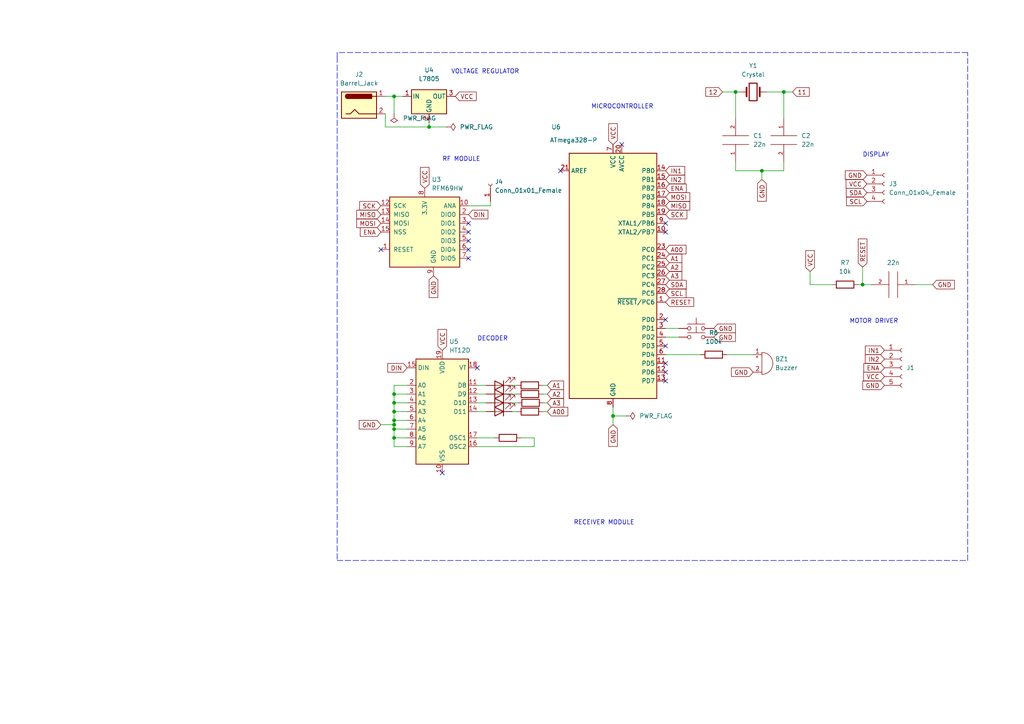
<source format=kicad_sch>
(kicad_sch (version 20211123) (generator eeschema)

  (uuid 81f6b80c-6a27-44d6-8232-81d792228c44)

  (paper "A4")

  (lib_symbols
    (symbol "Connector:Barrel_Jack" (pin_names (offset 1.016)) (in_bom yes) (on_board yes)
      (property "Reference" "J" (id 0) (at 0 5.334 0)
        (effects (font (size 1.27 1.27)))
      )
      (property "Value" "Barrel_Jack" (id 1) (at 0 -5.08 0)
        (effects (font (size 1.27 1.27)))
      )
      (property "Footprint" "" (id 2) (at 1.27 -1.016 0)
        (effects (font (size 1.27 1.27)) hide)
      )
      (property "Datasheet" "~" (id 3) (at 1.27 -1.016 0)
        (effects (font (size 1.27 1.27)) hide)
      )
      (property "ki_keywords" "DC power barrel jack connector" (id 4) (at 0 0 0)
        (effects (font (size 1.27 1.27)) hide)
      )
      (property "ki_description" "DC Barrel Jack" (id 5) (at 0 0 0)
        (effects (font (size 1.27 1.27)) hide)
      )
      (property "ki_fp_filters" "BarrelJack*" (id 6) (at 0 0 0)
        (effects (font (size 1.27 1.27)) hide)
      )
      (symbol "Barrel_Jack_0_1"
        (rectangle (start -5.08 3.81) (end 5.08 -3.81)
          (stroke (width 0.254) (type default) (color 0 0 0 0))
          (fill (type background))
        )
        (arc (start -3.302 3.175) (mid -3.937 2.54) (end -3.302 1.905)
          (stroke (width 0.254) (type default) (color 0 0 0 0))
          (fill (type none))
        )
        (arc (start -3.302 3.175) (mid -3.937 2.54) (end -3.302 1.905)
          (stroke (width 0.254) (type default) (color 0 0 0 0))
          (fill (type outline))
        )
        (polyline
          (pts
            (xy 5.08 2.54)
            (xy 3.81 2.54)
          )
          (stroke (width 0.254) (type default) (color 0 0 0 0))
          (fill (type none))
        )
        (polyline
          (pts
            (xy -3.81 -2.54)
            (xy -2.54 -2.54)
            (xy -1.27 -1.27)
            (xy 0 -2.54)
            (xy 2.54 -2.54)
            (xy 5.08 -2.54)
          )
          (stroke (width 0.254) (type default) (color 0 0 0 0))
          (fill (type none))
        )
        (rectangle (start 3.683 3.175) (end -3.302 1.905)
          (stroke (width 0.254) (type default) (color 0 0 0 0))
          (fill (type outline))
        )
      )
      (symbol "Barrel_Jack_1_1"
        (pin passive line (at 7.62 2.54 180) (length 2.54)
          (name "~" (effects (font (size 1.27 1.27))))
          (number "1" (effects (font (size 1.27 1.27))))
        )
        (pin passive line (at 7.62 -2.54 180) (length 2.54)
          (name "~" (effects (font (size 1.27 1.27))))
          (number "2" (effects (font (size 1.27 1.27))))
        )
      )
    )
    (symbol "Connector:Conn_01x01_Female" (pin_names (offset 1.016) hide) (in_bom yes) (on_board yes)
      (property "Reference" "J" (id 0) (at 0 2.54 0)
        (effects (font (size 1.27 1.27)))
      )
      (property "Value" "Conn_01x01_Female" (id 1) (at 0 -2.54 0)
        (effects (font (size 1.27 1.27)))
      )
      (property "Footprint" "" (id 2) (at 0 0 0)
        (effects (font (size 1.27 1.27)) hide)
      )
      (property "Datasheet" "~" (id 3) (at 0 0 0)
        (effects (font (size 1.27 1.27)) hide)
      )
      (property "ki_keywords" "connector" (id 4) (at 0 0 0)
        (effects (font (size 1.27 1.27)) hide)
      )
      (property "ki_description" "Generic connector, single row, 01x01, script generated (kicad-library-utils/schlib/autogen/connector/)" (id 5) (at 0 0 0)
        (effects (font (size 1.27 1.27)) hide)
      )
      (property "ki_fp_filters" "Connector*:*" (id 6) (at 0 0 0)
        (effects (font (size 1.27 1.27)) hide)
      )
      (symbol "Conn_01x01_Female_1_1"
        (polyline
          (pts
            (xy -1.27 0)
            (xy -0.508 0)
          )
          (stroke (width 0.1524) (type default) (color 0 0 0 0))
          (fill (type none))
        )
        (arc (start 0 0.508) (mid -0.508 0) (end 0 -0.508)
          (stroke (width 0.1524) (type default) (color 0 0 0 0))
          (fill (type none))
        )
        (pin passive line (at -5.08 0 0) (length 3.81)
          (name "Pin_1" (effects (font (size 1.27 1.27))))
          (number "1" (effects (font (size 1.27 1.27))))
        )
      )
    )
    (symbol "Connector:Conn_01x04_Female" (pin_names (offset 1.016) hide) (in_bom yes) (on_board yes)
      (property "Reference" "J" (id 0) (at 0 5.08 0)
        (effects (font (size 1.27 1.27)))
      )
      (property "Value" "Conn_01x04_Female" (id 1) (at 0 -7.62 0)
        (effects (font (size 1.27 1.27)))
      )
      (property "Footprint" "" (id 2) (at 0 0 0)
        (effects (font (size 1.27 1.27)) hide)
      )
      (property "Datasheet" "~" (id 3) (at 0 0 0)
        (effects (font (size 1.27 1.27)) hide)
      )
      (property "ki_keywords" "connector" (id 4) (at 0 0 0)
        (effects (font (size 1.27 1.27)) hide)
      )
      (property "ki_description" "Generic connector, single row, 01x04, script generated (kicad-library-utils/schlib/autogen/connector/)" (id 5) (at 0 0 0)
        (effects (font (size 1.27 1.27)) hide)
      )
      (property "ki_fp_filters" "Connector*:*_1x??_*" (id 6) (at 0 0 0)
        (effects (font (size 1.27 1.27)) hide)
      )
      (symbol "Conn_01x04_Female_1_1"
        (arc (start 0 -4.572) (mid -0.508 -5.08) (end 0 -5.588)
          (stroke (width 0.1524) (type default) (color 0 0 0 0))
          (fill (type none))
        )
        (arc (start 0 -2.032) (mid -0.508 -2.54) (end 0 -3.048)
          (stroke (width 0.1524) (type default) (color 0 0 0 0))
          (fill (type none))
        )
        (polyline
          (pts
            (xy -1.27 -5.08)
            (xy -0.508 -5.08)
          )
          (stroke (width 0.1524) (type default) (color 0 0 0 0))
          (fill (type none))
        )
        (polyline
          (pts
            (xy -1.27 -2.54)
            (xy -0.508 -2.54)
          )
          (stroke (width 0.1524) (type default) (color 0 0 0 0))
          (fill (type none))
        )
        (polyline
          (pts
            (xy -1.27 0)
            (xy -0.508 0)
          )
          (stroke (width 0.1524) (type default) (color 0 0 0 0))
          (fill (type none))
        )
        (polyline
          (pts
            (xy -1.27 2.54)
            (xy -0.508 2.54)
          )
          (stroke (width 0.1524) (type default) (color 0 0 0 0))
          (fill (type none))
        )
        (arc (start 0 0.508) (mid -0.508 0) (end 0 -0.508)
          (stroke (width 0.1524) (type default) (color 0 0 0 0))
          (fill (type none))
        )
        (arc (start 0 3.048) (mid -0.508 2.54) (end 0 2.032)
          (stroke (width 0.1524) (type default) (color 0 0 0 0))
          (fill (type none))
        )
        (pin passive line (at -5.08 2.54 0) (length 3.81)
          (name "Pin_1" (effects (font (size 1.27 1.27))))
          (number "1" (effects (font (size 1.27 1.27))))
        )
        (pin passive line (at -5.08 0 0) (length 3.81)
          (name "Pin_2" (effects (font (size 1.27 1.27))))
          (number "2" (effects (font (size 1.27 1.27))))
        )
        (pin passive line (at -5.08 -2.54 0) (length 3.81)
          (name "Pin_3" (effects (font (size 1.27 1.27))))
          (number "3" (effects (font (size 1.27 1.27))))
        )
        (pin passive line (at -5.08 -5.08 0) (length 3.81)
          (name "Pin_4" (effects (font (size 1.27 1.27))))
          (number "4" (effects (font (size 1.27 1.27))))
        )
      )
    )
    (symbol "Connector:Conn_01x05_Female" (pin_names (offset 1.016) hide) (in_bom yes) (on_board yes)
      (property "Reference" "J" (id 0) (at 0 7.62 0)
        (effects (font (size 1.27 1.27)))
      )
      (property "Value" "Conn_01x05_Female" (id 1) (at 0 -7.62 0)
        (effects (font (size 1.27 1.27)))
      )
      (property "Footprint" "" (id 2) (at 0 0 0)
        (effects (font (size 1.27 1.27)) hide)
      )
      (property "Datasheet" "~" (id 3) (at 0 0 0)
        (effects (font (size 1.27 1.27)) hide)
      )
      (property "ki_keywords" "connector" (id 4) (at 0 0 0)
        (effects (font (size 1.27 1.27)) hide)
      )
      (property "ki_description" "Generic connector, single row, 01x05, script generated (kicad-library-utils/schlib/autogen/connector/)" (id 5) (at 0 0 0)
        (effects (font (size 1.27 1.27)) hide)
      )
      (property "ki_fp_filters" "Connector*:*_1x??_*" (id 6) (at 0 0 0)
        (effects (font (size 1.27 1.27)) hide)
      )
      (symbol "Conn_01x05_Female_1_1"
        (arc (start 0 -4.572) (mid -0.508 -5.08) (end 0 -5.588)
          (stroke (width 0.1524) (type default) (color 0 0 0 0))
          (fill (type none))
        )
        (arc (start 0 -2.032) (mid -0.508 -2.54) (end 0 -3.048)
          (stroke (width 0.1524) (type default) (color 0 0 0 0))
          (fill (type none))
        )
        (polyline
          (pts
            (xy -1.27 -5.08)
            (xy -0.508 -5.08)
          )
          (stroke (width 0.1524) (type default) (color 0 0 0 0))
          (fill (type none))
        )
        (polyline
          (pts
            (xy -1.27 -2.54)
            (xy -0.508 -2.54)
          )
          (stroke (width 0.1524) (type default) (color 0 0 0 0))
          (fill (type none))
        )
        (polyline
          (pts
            (xy -1.27 0)
            (xy -0.508 0)
          )
          (stroke (width 0.1524) (type default) (color 0 0 0 0))
          (fill (type none))
        )
        (polyline
          (pts
            (xy -1.27 2.54)
            (xy -0.508 2.54)
          )
          (stroke (width 0.1524) (type default) (color 0 0 0 0))
          (fill (type none))
        )
        (polyline
          (pts
            (xy -1.27 5.08)
            (xy -0.508 5.08)
          )
          (stroke (width 0.1524) (type default) (color 0 0 0 0))
          (fill (type none))
        )
        (arc (start 0 0.508) (mid -0.508 0) (end 0 -0.508)
          (stroke (width 0.1524) (type default) (color 0 0 0 0))
          (fill (type none))
        )
        (arc (start 0 3.048) (mid -0.508 2.54) (end 0 2.032)
          (stroke (width 0.1524) (type default) (color 0 0 0 0))
          (fill (type none))
        )
        (arc (start 0 5.588) (mid -0.508 5.08) (end 0 4.572)
          (stroke (width 0.1524) (type default) (color 0 0 0 0))
          (fill (type none))
        )
        (pin passive line (at -5.08 5.08 0) (length 3.81)
          (name "Pin_1" (effects (font (size 1.27 1.27))))
          (number "1" (effects (font (size 1.27 1.27))))
        )
        (pin passive line (at -5.08 2.54 0) (length 3.81)
          (name "Pin_2" (effects (font (size 1.27 1.27))))
          (number "2" (effects (font (size 1.27 1.27))))
        )
        (pin passive line (at -5.08 0 0) (length 3.81)
          (name "Pin_3" (effects (font (size 1.27 1.27))))
          (number "3" (effects (font (size 1.27 1.27))))
        )
        (pin passive line (at -5.08 -2.54 0) (length 3.81)
          (name "Pin_4" (effects (font (size 1.27 1.27))))
          (number "4" (effects (font (size 1.27 1.27))))
        )
        (pin passive line (at -5.08 -5.08 0) (length 3.81)
          (name "Pin_5" (effects (font (size 1.27 1.27))))
          (number "5" (effects (font (size 1.27 1.27))))
        )
      )
    )
    (symbol "Device:Buzzer" (pin_names (offset 0.0254) hide) (in_bom yes) (on_board yes)
      (property "Reference" "BZ" (id 0) (at 3.81 1.27 0)
        (effects (font (size 1.27 1.27)) (justify left))
      )
      (property "Value" "Buzzer" (id 1) (at 3.81 -1.27 0)
        (effects (font (size 1.27 1.27)) (justify left))
      )
      (property "Footprint" "" (id 2) (at -0.635 2.54 90)
        (effects (font (size 1.27 1.27)) hide)
      )
      (property "Datasheet" "~" (id 3) (at -0.635 2.54 90)
        (effects (font (size 1.27 1.27)) hide)
      )
      (property "ki_keywords" "quartz resonator ceramic" (id 4) (at 0 0 0)
        (effects (font (size 1.27 1.27)) hide)
      )
      (property "ki_description" "Buzzer, polarized" (id 5) (at 0 0 0)
        (effects (font (size 1.27 1.27)) hide)
      )
      (property "ki_fp_filters" "*Buzzer*" (id 6) (at 0 0 0)
        (effects (font (size 1.27 1.27)) hide)
      )
      (symbol "Buzzer_0_1"
        (arc (start 0 -3.175) (mid 3.175 0) (end 0 3.175)
          (stroke (width 0) (type default) (color 0 0 0 0))
          (fill (type none))
        )
        (polyline
          (pts
            (xy -1.651 1.905)
            (xy -1.143 1.905)
          )
          (stroke (width 0) (type default) (color 0 0 0 0))
          (fill (type none))
        )
        (polyline
          (pts
            (xy -1.397 2.159)
            (xy -1.397 1.651)
          )
          (stroke (width 0) (type default) (color 0 0 0 0))
          (fill (type none))
        )
        (polyline
          (pts
            (xy 0 3.175)
            (xy 0 -3.175)
          )
          (stroke (width 0) (type default) (color 0 0 0 0))
          (fill (type none))
        )
      )
      (symbol "Buzzer_1_1"
        (pin passive line (at -2.54 2.54 0) (length 2.54)
          (name "-" (effects (font (size 1.27 1.27))))
          (number "1" (effects (font (size 1.27 1.27))))
        )
        (pin passive line (at -2.54 -2.54 0) (length 2.54)
          (name "+" (effects (font (size 1.27 1.27))))
          (number "2" (effects (font (size 1.27 1.27))))
        )
      )
    )
    (symbol "Device:Crystal" (pin_numbers hide) (pin_names (offset 1.016) hide) (in_bom yes) (on_board yes)
      (property "Reference" "Y" (id 0) (at 0 3.81 0)
        (effects (font (size 1.27 1.27)))
      )
      (property "Value" "Crystal" (id 1) (at 0 -3.81 0)
        (effects (font (size 1.27 1.27)))
      )
      (property "Footprint" "" (id 2) (at 0 0 0)
        (effects (font (size 1.27 1.27)) hide)
      )
      (property "Datasheet" "~" (id 3) (at 0 0 0)
        (effects (font (size 1.27 1.27)) hide)
      )
      (property "ki_keywords" "quartz ceramic resonator oscillator" (id 4) (at 0 0 0)
        (effects (font (size 1.27 1.27)) hide)
      )
      (property "ki_description" "Two pin crystal" (id 5) (at 0 0 0)
        (effects (font (size 1.27 1.27)) hide)
      )
      (property "ki_fp_filters" "Crystal*" (id 6) (at 0 0 0)
        (effects (font (size 1.27 1.27)) hide)
      )
      (symbol "Crystal_0_1"
        (rectangle (start -1.143 2.54) (end 1.143 -2.54)
          (stroke (width 0.3048) (type default) (color 0 0 0 0))
          (fill (type none))
        )
        (polyline
          (pts
            (xy -2.54 0)
            (xy -1.905 0)
          )
          (stroke (width 0) (type default) (color 0 0 0 0))
          (fill (type none))
        )
        (polyline
          (pts
            (xy -1.905 -1.27)
            (xy -1.905 1.27)
          )
          (stroke (width 0.508) (type default) (color 0 0 0 0))
          (fill (type none))
        )
        (polyline
          (pts
            (xy 1.905 -1.27)
            (xy 1.905 1.27)
          )
          (stroke (width 0.508) (type default) (color 0 0 0 0))
          (fill (type none))
        )
        (polyline
          (pts
            (xy 2.54 0)
            (xy 1.905 0)
          )
          (stroke (width 0) (type default) (color 0 0 0 0))
          (fill (type none))
        )
      )
      (symbol "Crystal_1_1"
        (pin passive line (at -3.81 0 0) (length 1.27)
          (name "1" (effects (font (size 1.27 1.27))))
          (number "1" (effects (font (size 1.27 1.27))))
        )
        (pin passive line (at 3.81 0 180) (length 1.27)
          (name "2" (effects (font (size 1.27 1.27))))
          (number "2" (effects (font (size 1.27 1.27))))
        )
      )
    )
    (symbol "Device:LED" (pin_numbers hide) (pin_names (offset 1.016) hide) (in_bom yes) (on_board yes)
      (property "Reference" "D" (id 0) (at 0 2.54 0)
        (effects (font (size 1.27 1.27)))
      )
      (property "Value" "LED" (id 1) (at 0 -2.54 0)
        (effects (font (size 1.27 1.27)))
      )
      (property "Footprint" "" (id 2) (at 0 0 0)
        (effects (font (size 1.27 1.27)) hide)
      )
      (property "Datasheet" "~" (id 3) (at 0 0 0)
        (effects (font (size 1.27 1.27)) hide)
      )
      (property "ki_keywords" "LED diode" (id 4) (at 0 0 0)
        (effects (font (size 1.27 1.27)) hide)
      )
      (property "ki_description" "Light emitting diode" (id 5) (at 0 0 0)
        (effects (font (size 1.27 1.27)) hide)
      )
      (property "ki_fp_filters" "LED* LED_SMD:* LED_THT:*" (id 6) (at 0 0 0)
        (effects (font (size 1.27 1.27)) hide)
      )
      (symbol "LED_0_1"
        (polyline
          (pts
            (xy -1.27 -1.27)
            (xy -1.27 1.27)
          )
          (stroke (width 0.254) (type default) (color 0 0 0 0))
          (fill (type none))
        )
        (polyline
          (pts
            (xy -1.27 0)
            (xy 1.27 0)
          )
          (stroke (width 0) (type default) (color 0 0 0 0))
          (fill (type none))
        )
        (polyline
          (pts
            (xy 1.27 -1.27)
            (xy 1.27 1.27)
            (xy -1.27 0)
            (xy 1.27 -1.27)
          )
          (stroke (width 0.254) (type default) (color 0 0 0 0))
          (fill (type none))
        )
        (polyline
          (pts
            (xy -3.048 -0.762)
            (xy -4.572 -2.286)
            (xy -3.81 -2.286)
            (xy -4.572 -2.286)
            (xy -4.572 -1.524)
          )
          (stroke (width 0) (type default) (color 0 0 0 0))
          (fill (type none))
        )
        (polyline
          (pts
            (xy -1.778 -0.762)
            (xy -3.302 -2.286)
            (xy -2.54 -2.286)
            (xy -3.302 -2.286)
            (xy -3.302 -1.524)
          )
          (stroke (width 0) (type default) (color 0 0 0 0))
          (fill (type none))
        )
      )
      (symbol "LED_1_1"
        (pin passive line (at -3.81 0 0) (length 2.54)
          (name "K" (effects (font (size 1.27 1.27))))
          (number "1" (effects (font (size 1.27 1.27))))
        )
        (pin passive line (at 3.81 0 180) (length 2.54)
          (name "A" (effects (font (size 1.27 1.27))))
          (number "2" (effects (font (size 1.27 1.27))))
        )
      )
    )
    (symbol "Device:R" (pin_numbers hide) (pin_names (offset 0)) (in_bom yes) (on_board yes)
      (property "Reference" "R" (id 0) (at 2.032 0 90)
        (effects (font (size 1.27 1.27)))
      )
      (property "Value" "R" (id 1) (at 0 0 90)
        (effects (font (size 1.27 1.27)))
      )
      (property "Footprint" "" (id 2) (at -1.778 0 90)
        (effects (font (size 1.27 1.27)) hide)
      )
      (property "Datasheet" "~" (id 3) (at 0 0 0)
        (effects (font (size 1.27 1.27)) hide)
      )
      (property "ki_keywords" "R res resistor" (id 4) (at 0 0 0)
        (effects (font (size 1.27 1.27)) hide)
      )
      (property "ki_description" "Resistor" (id 5) (at 0 0 0)
        (effects (font (size 1.27 1.27)) hide)
      )
      (property "ki_fp_filters" "R_*" (id 6) (at 0 0 0)
        (effects (font (size 1.27 1.27)) hide)
      )
      (symbol "R_0_1"
        (rectangle (start -1.016 -2.54) (end 1.016 2.54)
          (stroke (width 0.254) (type default) (color 0 0 0 0))
          (fill (type none))
        )
      )
      (symbol "R_1_1"
        (pin passive line (at 0 3.81 270) (length 1.27)
          (name "~" (effects (font (size 1.27 1.27))))
          (number "1" (effects (font (size 1.27 1.27))))
        )
        (pin passive line (at 0 -3.81 90) (length 1.27)
          (name "~" (effects (font (size 1.27 1.27))))
          (number "2" (effects (font (size 1.27 1.27))))
        )
      )
    )
    (symbol "Interface:HT12D" (in_bom yes) (on_board yes)
      (property "Reference" "U" (id 0) (at -6.35 16.51 0)
        (effects (font (size 1.27 1.27)))
      )
      (property "Value" "HT12D" (id 1) (at 6.35 16.51 0)
        (effects (font (size 1.27 1.27)))
      )
      (property "Footprint" "Package_SO:SOP-20_7.5x12.8mm_P1.27mm" (id 2) (at 15.24 20.32 0)
        (effects (font (size 1.27 1.27)) hide)
      )
      (property "Datasheet" "https://www.holtek.com/documents/10179/116711/2_12dv120.pdf" (id 3) (at 17.78 15.24 0)
        (effects (font (size 1.27 1.27)) hide)
      )
      (property "ki_keywords" "Serial Decoder" (id 4) (at 0 0 0)
        (effects (font (size 1.27 1.27)) hide)
      )
      (property "ki_description" "2^12 serial decoder, SOP-20" (id 5) (at 0 0 0)
        (effects (font (size 1.27 1.27)) hide)
      )
      (property "ki_fp_filters" "SOP*7.5x12.8mm*P1.27mm*" (id 6) (at 0 0 0)
        (effects (font (size 1.27 1.27)) hide)
      )
      (symbol "HT12D_1_1"
        (rectangle (start -7.62 15.24) (end 7.62 -15.24)
          (stroke (width 0.254) (type default) (color 0 0 0 0))
          (fill (type background))
        )
        (pin no_connect line (at 7.62 -2.54 180) (length 2.54) hide
          (name "NC" (effects (font (size 1.27 1.27))))
          (number "1" (effects (font (size 1.27 1.27))))
        )
        (pin power_in line (at 0 -17.78 90) (length 2.54)
          (name "VSS" (effects (font (size 1.27 1.27))))
          (number "10" (effects (font (size 1.27 1.27))))
        )
        (pin output line (at 10.16 7.62 180) (length 2.54)
          (name "D8" (effects (font (size 1.27 1.27))))
          (number "11" (effects (font (size 1.27 1.27))))
        )
        (pin output line (at 10.16 5.08 180) (length 2.54)
          (name "D9" (effects (font (size 1.27 1.27))))
          (number "12" (effects (font (size 1.27 1.27))))
        )
        (pin output line (at 10.16 2.54 180) (length 2.54)
          (name "D10" (effects (font (size 1.27 1.27))))
          (number "13" (effects (font (size 1.27 1.27))))
        )
        (pin output line (at 10.16 0 180) (length 2.54)
          (name "D11" (effects (font (size 1.27 1.27))))
          (number "14" (effects (font (size 1.27 1.27))))
        )
        (pin input line (at -10.16 12.7 0) (length 2.54)
          (name "DIN" (effects (font (size 1.27 1.27))))
          (number "15" (effects (font (size 1.27 1.27))))
        )
        (pin output line (at 10.16 -10.16 180) (length 2.54)
          (name "OSC2" (effects (font (size 1.27 1.27))))
          (number "16" (effects (font (size 1.27 1.27))))
        )
        (pin input line (at 10.16 -7.62 180) (length 2.54)
          (name "OSC1" (effects (font (size 1.27 1.27))))
          (number "17" (effects (font (size 1.27 1.27))))
        )
        (pin output line (at 10.16 12.7 180) (length 2.54)
          (name "VT" (effects (font (size 1.27 1.27))))
          (number "18" (effects (font (size 1.27 1.27))))
        )
        (pin power_in line (at 0 17.78 270) (length 2.54)
          (name "VDD" (effects (font (size 1.27 1.27))))
          (number "19" (effects (font (size 1.27 1.27))))
        )
        (pin input line (at -10.16 7.62 0) (length 2.54)
          (name "A0" (effects (font (size 1.27 1.27))))
          (number "2" (effects (font (size 1.27 1.27))))
        )
        (pin no_connect line (at 7.62 -5.08 180) (length 2.54) hide
          (name "NC" (effects (font (size 1.27 1.27))))
          (number "20" (effects (font (size 1.27 1.27))))
        )
        (pin input line (at -10.16 5.08 0) (length 2.54)
          (name "A1" (effects (font (size 1.27 1.27))))
          (number "3" (effects (font (size 1.27 1.27))))
        )
        (pin input line (at -10.16 2.54 0) (length 2.54)
          (name "A2" (effects (font (size 1.27 1.27))))
          (number "4" (effects (font (size 1.27 1.27))))
        )
        (pin input line (at -10.16 0 0) (length 2.54)
          (name "A3" (effects (font (size 1.27 1.27))))
          (number "5" (effects (font (size 1.27 1.27))))
        )
        (pin input line (at -10.16 -2.54 0) (length 2.54)
          (name "A4" (effects (font (size 1.27 1.27))))
          (number "6" (effects (font (size 1.27 1.27))))
        )
        (pin input line (at -10.16 -5.08 0) (length 2.54)
          (name "A5" (effects (font (size 1.27 1.27))))
          (number "7" (effects (font (size 1.27 1.27))))
        )
        (pin input line (at -10.16 -7.62 0) (length 2.54)
          (name "A6" (effects (font (size 1.27 1.27))))
          (number "8" (effects (font (size 1.27 1.27))))
        )
        (pin input line (at -10.16 -10.16 0) (length 2.54)
          (name "A7" (effects (font (size 1.27 1.27))))
          (number "9" (effects (font (size 1.27 1.27))))
        )
      )
    )
    (symbol "MCU_Microchip_ATmega:ATmega328-P" (in_bom yes) (on_board yes)
      (property "Reference" "U" (id 0) (at -12.7 36.83 0)
        (effects (font (size 1.27 1.27)) (justify left bottom))
      )
      (property "Value" "ATmega328-P" (id 1) (at 2.54 -36.83 0)
        (effects (font (size 1.27 1.27)) (justify left top))
      )
      (property "Footprint" "Package_DIP:DIP-28_W7.62mm" (id 2) (at 0 0 0)
        (effects (font (size 1.27 1.27) italic) hide)
      )
      (property "Datasheet" "http://ww1.microchip.com/downloads/en/DeviceDoc/ATmega328_P%20AVR%20MCU%20with%20picoPower%20Technology%20Data%20Sheet%2040001984A.pdf" (id 3) (at 0 0 0)
        (effects (font (size 1.27 1.27)) hide)
      )
      (property "ki_keywords" "AVR 8bit Microcontroller MegaAVR" (id 4) (at 0 0 0)
        (effects (font (size 1.27 1.27)) hide)
      )
      (property "ki_description" "20MHz, 32kB Flash, 2kB SRAM, 1kB EEPROM, DIP-28" (id 5) (at 0 0 0)
        (effects (font (size 1.27 1.27)) hide)
      )
      (property "ki_fp_filters" "DIP*W7.62mm*" (id 6) (at 0 0 0)
        (effects (font (size 1.27 1.27)) hide)
      )
      (symbol "ATmega328-P_0_1"
        (rectangle (start -12.7 -35.56) (end 12.7 35.56)
          (stroke (width 0.254) (type default) (color 0 0 0 0))
          (fill (type background))
        )
      )
      (symbol "ATmega328-P_1_1"
        (pin bidirectional line (at 15.24 -7.62 180) (length 2.54)
          (name "~{RESET}/PC6" (effects (font (size 1.27 1.27))))
          (number "1" (effects (font (size 1.27 1.27))))
        )
        (pin bidirectional line (at 15.24 12.7 180) (length 2.54)
          (name "XTAL2/PB7" (effects (font (size 1.27 1.27))))
          (number "10" (effects (font (size 1.27 1.27))))
        )
        (pin bidirectional line (at 15.24 -25.4 180) (length 2.54)
          (name "PD5" (effects (font (size 1.27 1.27))))
          (number "11" (effects (font (size 1.27 1.27))))
        )
        (pin bidirectional line (at 15.24 -27.94 180) (length 2.54)
          (name "PD6" (effects (font (size 1.27 1.27))))
          (number "12" (effects (font (size 1.27 1.27))))
        )
        (pin bidirectional line (at 15.24 -30.48 180) (length 2.54)
          (name "PD7" (effects (font (size 1.27 1.27))))
          (number "13" (effects (font (size 1.27 1.27))))
        )
        (pin bidirectional line (at 15.24 30.48 180) (length 2.54)
          (name "PB0" (effects (font (size 1.27 1.27))))
          (number "14" (effects (font (size 1.27 1.27))))
        )
        (pin bidirectional line (at 15.24 27.94 180) (length 2.54)
          (name "PB1" (effects (font (size 1.27 1.27))))
          (number "15" (effects (font (size 1.27 1.27))))
        )
        (pin bidirectional line (at 15.24 25.4 180) (length 2.54)
          (name "PB2" (effects (font (size 1.27 1.27))))
          (number "16" (effects (font (size 1.27 1.27))))
        )
        (pin bidirectional line (at 15.24 22.86 180) (length 2.54)
          (name "PB3" (effects (font (size 1.27 1.27))))
          (number "17" (effects (font (size 1.27 1.27))))
        )
        (pin bidirectional line (at 15.24 20.32 180) (length 2.54)
          (name "PB4" (effects (font (size 1.27 1.27))))
          (number "18" (effects (font (size 1.27 1.27))))
        )
        (pin bidirectional line (at 15.24 17.78 180) (length 2.54)
          (name "PB5" (effects (font (size 1.27 1.27))))
          (number "19" (effects (font (size 1.27 1.27))))
        )
        (pin bidirectional line (at 15.24 -12.7 180) (length 2.54)
          (name "PD0" (effects (font (size 1.27 1.27))))
          (number "2" (effects (font (size 1.27 1.27))))
        )
        (pin power_in line (at 2.54 38.1 270) (length 2.54)
          (name "AVCC" (effects (font (size 1.27 1.27))))
          (number "20" (effects (font (size 1.27 1.27))))
        )
        (pin passive line (at -15.24 30.48 0) (length 2.54)
          (name "AREF" (effects (font (size 1.27 1.27))))
          (number "21" (effects (font (size 1.27 1.27))))
        )
        (pin passive line (at 0 -38.1 90) (length 2.54) hide
          (name "GND" (effects (font (size 1.27 1.27))))
          (number "22" (effects (font (size 1.27 1.27))))
        )
        (pin bidirectional line (at 15.24 7.62 180) (length 2.54)
          (name "PC0" (effects (font (size 1.27 1.27))))
          (number "23" (effects (font (size 1.27 1.27))))
        )
        (pin bidirectional line (at 15.24 5.08 180) (length 2.54)
          (name "PC1" (effects (font (size 1.27 1.27))))
          (number "24" (effects (font (size 1.27 1.27))))
        )
        (pin bidirectional line (at 15.24 2.54 180) (length 2.54)
          (name "PC2" (effects (font (size 1.27 1.27))))
          (number "25" (effects (font (size 1.27 1.27))))
        )
        (pin bidirectional line (at 15.24 0 180) (length 2.54)
          (name "PC3" (effects (font (size 1.27 1.27))))
          (number "26" (effects (font (size 1.27 1.27))))
        )
        (pin bidirectional line (at 15.24 -2.54 180) (length 2.54)
          (name "PC4" (effects (font (size 1.27 1.27))))
          (number "27" (effects (font (size 1.27 1.27))))
        )
        (pin bidirectional line (at 15.24 -5.08 180) (length 2.54)
          (name "PC5" (effects (font (size 1.27 1.27))))
          (number "28" (effects (font (size 1.27 1.27))))
        )
        (pin bidirectional line (at 15.24 -15.24 180) (length 2.54)
          (name "PD1" (effects (font (size 1.27 1.27))))
          (number "3" (effects (font (size 1.27 1.27))))
        )
        (pin bidirectional line (at 15.24 -17.78 180) (length 2.54)
          (name "PD2" (effects (font (size 1.27 1.27))))
          (number "4" (effects (font (size 1.27 1.27))))
        )
        (pin bidirectional line (at 15.24 -20.32 180) (length 2.54)
          (name "PD3" (effects (font (size 1.27 1.27))))
          (number "5" (effects (font (size 1.27 1.27))))
        )
        (pin bidirectional line (at 15.24 -22.86 180) (length 2.54)
          (name "PD4" (effects (font (size 1.27 1.27))))
          (number "6" (effects (font (size 1.27 1.27))))
        )
        (pin power_in line (at 0 38.1 270) (length 2.54)
          (name "VCC" (effects (font (size 1.27 1.27))))
          (number "7" (effects (font (size 1.27 1.27))))
        )
        (pin power_in line (at 0 -38.1 90) (length 2.54)
          (name "GND" (effects (font (size 1.27 1.27))))
          (number "8" (effects (font (size 1.27 1.27))))
        )
        (pin bidirectional line (at 15.24 15.24 180) (length 2.54)
          (name "XTAL1/PB6" (effects (font (size 1.27 1.27))))
          (number "9" (effects (font (size 1.27 1.27))))
        )
      )
    )
    (symbol "RF_Module:RFM69HW" (pin_names (offset 1.016)) (in_bom yes) (on_board yes)
      (property "Reference" "U" (id 0) (at -3.81 11.43 0)
        (effects (font (size 1.27 1.27)))
      )
      (property "Value" "RFM69HW" (id 1) (at -7.62 13.97 0)
        (effects (font (size 1.27 1.27)))
      )
      (property "Footprint" "RF_Module:HOPERF_RFM69HW" (id 2) (at 0 -15.24 0)
        (effects (font (size 1.27 1.27)) hide)
      )
      (property "Datasheet" "https://www.hoperf.com/data/upload/portal/20181127/5bfcbb56f1fd7.pdf" (id 3) (at 0 -7.62 0)
        (effects (font (size 1.27 1.27)) hide)
      )
      (property "ki_keywords" "Radio, ISM, Transciever, Module, AES" (id 4) (at 0 0 0)
        (effects (font (size 1.27 1.27)) hide)
      )
      (property "ki_description" "ISM Radio Transciever Module, SPI interface" (id 5) (at 0 0 0)
        (effects (font (size 1.27 1.27)) hide)
      )
      (property "ki_fp_filters" "HOPERF*RFM69HW*" (id 6) (at 0 0 0)
        (effects (font (size 1.27 1.27)) hide)
      )
      (symbol "RFM69HW_0_1"
        (rectangle (start -10.16 10.16) (end 10.16 -10.16)
          (stroke (width 0.254) (type default) (color 0 0 0 0))
          (fill (type background))
        )
      )
      (symbol "RFM69HW_1_1"
        (pin input line (at -12.7 -5.08 0) (length 2.54)
          (name "RESET" (effects (font (size 1.27 1.27))))
          (number "1" (effects (font (size 1.27 1.27))))
        )
        (pin output line (at 12.7 7.62 180) (length 2.54)
          (name "ANA" (effects (font (size 1.27 1.27))))
          (number "10" (effects (font (size 1.27 1.27))))
        )
        (pin passive line (at 2.54 -12.7 90) (length 2.54) hide
          (name "GND" (effects (font (size 1.27 1.27))))
          (number "11" (effects (font (size 1.27 1.27))))
        )
        (pin input line (at -12.7 7.62 0) (length 2.54)
          (name "SCK" (effects (font (size 1.27 1.27))))
          (number "12" (effects (font (size 1.27 1.27))))
        )
        (pin output line (at -12.7 5.08 0) (length 2.54)
          (name "MISO" (effects (font (size 1.27 1.27))))
          (number "13" (effects (font (size 1.27 1.27))))
        )
        (pin input line (at -12.7 2.54 0) (length 2.54)
          (name "MOSI" (effects (font (size 1.27 1.27))))
          (number "14" (effects (font (size 1.27 1.27))))
        )
        (pin input line (at -12.7 0 0) (length 2.54)
          (name "NSS" (effects (font (size 1.27 1.27))))
          (number "15" (effects (font (size 1.27 1.27))))
        )
        (pin no_connect line (at -2.54 -12.7 90) (length 2.54) hide
          (name "NC" (effects (font (size 1.27 1.27))))
          (number "16" (effects (font (size 1.27 1.27))))
        )
        (pin bidirectional line (at 12.7 5.08 180) (length 2.54)
          (name "DIO0" (effects (font (size 1.27 1.27))))
          (number "2" (effects (font (size 1.27 1.27))))
        )
        (pin bidirectional line (at 12.7 2.54 180) (length 2.54)
          (name "DIO1" (effects (font (size 1.27 1.27))))
          (number "3" (effects (font (size 1.27 1.27))))
        )
        (pin bidirectional line (at 12.7 0 180) (length 2.54)
          (name "DIO2" (effects (font (size 1.27 1.27))))
          (number "4" (effects (font (size 1.27 1.27))))
        )
        (pin bidirectional line (at 12.7 -2.54 180) (length 2.54)
          (name "DIO3" (effects (font (size 1.27 1.27))))
          (number "5" (effects (font (size 1.27 1.27))))
        )
        (pin bidirectional line (at 12.7 -5.08 180) (length 2.54)
          (name "DIO4" (effects (font (size 1.27 1.27))))
          (number "6" (effects (font (size 1.27 1.27))))
        )
        (pin bidirectional line (at 12.7 -7.62 180) (length 2.54)
          (name "DIO5" (effects (font (size 1.27 1.27))))
          (number "7" (effects (font (size 1.27 1.27))))
        )
        (pin power_in line (at 0 12.7 270) (length 2.54)
          (name "3.3V" (effects (font (size 1.27 1.27))))
          (number "8" (effects (font (size 1.27 1.27))))
        )
        (pin power_in line (at 2.54 -12.7 90) (length 2.54)
          (name "GND" (effects (font (size 1.27 1.27))))
          (number "9" (effects (font (size 1.27 1.27))))
        )
      )
    )
    (symbol "Regulator_Linear:L7805" (pin_names (offset 0.254)) (in_bom yes) (on_board yes)
      (property "Reference" "U" (id 0) (at -3.81 3.175 0)
        (effects (font (size 1.27 1.27)))
      )
      (property "Value" "L7805" (id 1) (at 0 3.175 0)
        (effects (font (size 1.27 1.27)) (justify left))
      )
      (property "Footprint" "" (id 2) (at 0.635 -3.81 0)
        (effects (font (size 1.27 1.27) italic) (justify left) hide)
      )
      (property "Datasheet" "http://www.st.com/content/ccc/resource/technical/document/datasheet/41/4f/b3/b0/12/d4/47/88/CD00000444.pdf/files/CD00000444.pdf/jcr:content/translations/en.CD00000444.pdf" (id 3) (at 0 -1.27 0)
        (effects (font (size 1.27 1.27)) hide)
      )
      (property "ki_keywords" "Voltage Regulator 1.5A Positive" (id 4) (at 0 0 0)
        (effects (font (size 1.27 1.27)) hide)
      )
      (property "ki_description" "Positive 1.5A 35V Linear Regulator, Fixed Output 5V, TO-220/TO-263/TO-252" (id 5) (at 0 0 0)
        (effects (font (size 1.27 1.27)) hide)
      )
      (property "ki_fp_filters" "TO?252* TO?263* TO?220*" (id 6) (at 0 0 0)
        (effects (font (size 1.27 1.27)) hide)
      )
      (symbol "L7805_0_1"
        (rectangle (start -5.08 1.905) (end 5.08 -5.08)
          (stroke (width 0.254) (type default) (color 0 0 0 0))
          (fill (type background))
        )
      )
      (symbol "L7805_1_1"
        (pin power_in line (at -7.62 0 0) (length 2.54)
          (name "IN" (effects (font (size 1.27 1.27))))
          (number "1" (effects (font (size 1.27 1.27))))
        )
        (pin power_in line (at 0 -7.62 90) (length 2.54)
          (name "GND" (effects (font (size 1.27 1.27))))
          (number "2" (effects (font (size 1.27 1.27))))
        )
        (pin power_out line (at 7.62 0 180) (length 2.54)
          (name "OUT" (effects (font (size 1.27 1.27))))
          (number "3" (effects (font (size 1.27 1.27))))
        )
      )
    )
    (symbol "Switch:SW_Push" (pin_numbers hide) (pin_names (offset 1.016) hide) (in_bom yes) (on_board yes)
      (property "Reference" "SW" (id 0) (at 1.27 2.54 0)
        (effects (font (size 1.27 1.27)) (justify left))
      )
      (property "Value" "SW_Push" (id 1) (at 0 -1.524 0)
        (effects (font (size 1.27 1.27)))
      )
      (property "Footprint" "" (id 2) (at 0 5.08 0)
        (effects (font (size 1.27 1.27)) hide)
      )
      (property "Datasheet" "~" (id 3) (at 0 5.08 0)
        (effects (font (size 1.27 1.27)) hide)
      )
      (property "ki_keywords" "switch normally-open pushbutton push-button" (id 4) (at 0 0 0)
        (effects (font (size 1.27 1.27)) hide)
      )
      (property "ki_description" "Push button switch, generic, two pins" (id 5) (at 0 0 0)
        (effects (font (size 1.27 1.27)) hide)
      )
      (symbol "SW_Push_0_1"
        (circle (center -2.032 0) (radius 0.508)
          (stroke (width 0) (type default) (color 0 0 0 0))
          (fill (type none))
        )
        (polyline
          (pts
            (xy 0 1.27)
            (xy 0 3.048)
          )
          (stroke (width 0) (type default) (color 0 0 0 0))
          (fill (type none))
        )
        (polyline
          (pts
            (xy 2.54 1.27)
            (xy -2.54 1.27)
          )
          (stroke (width 0) (type default) (color 0 0 0 0))
          (fill (type none))
        )
        (circle (center 2.032 0) (radius 0.508)
          (stroke (width 0) (type default) (color 0 0 0 0))
          (fill (type none))
        )
        (pin passive line (at -5.08 0 0) (length 2.54)
          (name "1" (effects (font (size 1.27 1.27))))
          (number "1" (effects (font (size 1.27 1.27))))
        )
        (pin passive line (at 5.08 0 180) (length 2.54)
          (name "2" (effects (font (size 1.27 1.27))))
          (number "2" (effects (font (size 1.27 1.27))))
        )
      )
    )
    (symbol "power:PWR_FLAG" (power) (pin_numbers hide) (pin_names (offset 0) hide) (in_bom yes) (on_board yes)
      (property "Reference" "#FLG" (id 0) (at 0 1.905 0)
        (effects (font (size 1.27 1.27)) hide)
      )
      (property "Value" "PWR_FLAG" (id 1) (at 0 3.81 0)
        (effects (font (size 1.27 1.27)))
      )
      (property "Footprint" "" (id 2) (at 0 0 0)
        (effects (font (size 1.27 1.27)) hide)
      )
      (property "Datasheet" "~" (id 3) (at 0 0 0)
        (effects (font (size 1.27 1.27)) hide)
      )
      (property "ki_keywords" "power-flag" (id 4) (at 0 0 0)
        (effects (font (size 1.27 1.27)) hide)
      )
      (property "ki_description" "Special symbol for telling ERC where power comes from" (id 5) (at 0 0 0)
        (effects (font (size 1.27 1.27)) hide)
      )
      (symbol "PWR_FLAG_0_0"
        (pin power_out line (at 0 0 90) (length 0)
          (name "pwr" (effects (font (size 1.27 1.27))))
          (number "1" (effects (font (size 1.27 1.27))))
        )
      )
      (symbol "PWR_FLAG_0_1"
        (polyline
          (pts
            (xy 0 0)
            (xy 0 1.27)
            (xy -1.016 1.905)
            (xy 0 2.54)
            (xy 1.016 1.905)
            (xy 0 1.27)
          )
          (stroke (width 0) (type default) (color 0 0 0 0))
          (fill (type none))
        )
      )
    )
    (symbol "pspice:CAP" (pin_names (offset 0.254)) (in_bom yes) (on_board yes)
      (property "Reference" "C" (id 0) (at 2.54 3.81 90)
        (effects (font (size 1.27 1.27)))
      )
      (property "Value" "CAP" (id 1) (at 2.54 -3.81 90)
        (effects (font (size 1.27 1.27)))
      )
      (property "Footprint" "" (id 2) (at 0 0 0)
        (effects (font (size 1.27 1.27)) hide)
      )
      (property "Datasheet" "~" (id 3) (at 0 0 0)
        (effects (font (size 1.27 1.27)) hide)
      )
      (property "ki_keywords" "simulation" (id 4) (at 0 0 0)
        (effects (font (size 1.27 1.27)) hide)
      )
      (property "ki_description" "Capacitor symbol for simulation only" (id 5) (at 0 0 0)
        (effects (font (size 1.27 1.27)) hide)
      )
      (symbol "CAP_0_1"
        (polyline
          (pts
            (xy -3.81 -1.27)
            (xy 3.81 -1.27)
          )
          (stroke (width 0) (type default) (color 0 0 0 0))
          (fill (type none))
        )
        (polyline
          (pts
            (xy -3.81 1.27)
            (xy 3.81 1.27)
          )
          (stroke (width 0) (type default) (color 0 0 0 0))
          (fill (type none))
        )
      )
      (symbol "CAP_1_1"
        (pin passive line (at 0 6.35 270) (length 5.08)
          (name "~" (effects (font (size 1.016 1.016))))
          (number "1" (effects (font (size 1.016 1.016))))
        )
        (pin passive line (at 0 -6.35 90) (length 5.08)
          (name "~" (effects (font (size 1.016 1.016))))
          (number "2" (effects (font (size 1.016 1.016))))
        )
      )
    )
  )

  (junction (at 213.36 26.67) (diameter 0) (color 0 0 0 0)
    (uuid 1a932f5c-5e53-42ac-a1a8-180d19e0d465)
  )
  (junction (at 114.3 27.94) (diameter 0) (color 0 0 0 0)
    (uuid 2c4fa5fa-8c24-4b01-8a92-8d082949fc11)
  )
  (junction (at 114.3 114.3) (diameter 0) (color 0 0 0 0)
    (uuid 314a56ef-4308-4d4d-9c3a-17e36153b6bb)
  )
  (junction (at 114.3 116.84) (diameter 0) (color 0 0 0 0)
    (uuid 3c6b7f6e-d12d-41a7-bd2c-229e36165227)
  )
  (junction (at 114.3 121.92) (diameter 0) (color 0 0 0 0)
    (uuid 4063e23e-855c-4739-9f5a-17cdd1cb53a2)
  )
  (junction (at 220.98 49.53) (diameter 0) (color 0 0 0 0)
    (uuid 83bb7ef4-f857-4085-b00e-456341074d3f)
  )
  (junction (at 250.19 82.55) (diameter 0) (color 0 0 0 0)
    (uuid aab32385-044f-4db1-b69c-d4db735ca2dc)
  )
  (junction (at 227.33 26.67) (diameter 0) (color 0 0 0 0)
    (uuid b3bb1a82-b87a-4b0a-aa4a-9040ed967c10)
  )
  (junction (at 177.8 120.65) (diameter 0) (color 0 0 0 0)
    (uuid b8f3de0f-394d-4e8e-bf86-a40230ffc89c)
  )
  (junction (at 114.3 127) (diameter 0) (color 0 0 0 0)
    (uuid bc138b1d-3c64-4c1a-bf31-8240b9cfb2df)
  )
  (junction (at 114.3 123.19) (diameter 0) (color 0 0 0 0)
    (uuid d0bf0db2-33f5-403f-9f58-fde84cae2bb4)
  )
  (junction (at 114.3 119.38) (diameter 0) (color 0 0 0 0)
    (uuid d95c5649-c82f-4f66-aaea-002fc36cc146)
  )
  (junction (at 124.46 36.83) (diameter 0) (color 0 0 0 0)
    (uuid e220508f-34ef-4f57-b4b5-e7d28ac018c0)
  )
  (junction (at 114.3 124.46) (diameter 0) (color 0 0 0 0)
    (uuid efcadbf2-e221-4c0b-aa65-a5993767d925)
  )

  (no_connect (at 135.89 74.93) (uuid 8354af37-b36d-46b3-bf86-3299945c0f00))
  (no_connect (at 193.04 100.33) (uuid a8bb8a2c-a2a4-41f3-bac3-f34eb1f64ae7))
  (no_connect (at 193.04 110.49) (uuid a8bb8a2c-a2a4-41f3-bac3-f34eb1f64ae8))
  (no_connect (at 193.04 107.95) (uuid a8bb8a2c-a2a4-41f3-bac3-f34eb1f64ae9))
  (no_connect (at 193.04 105.41) (uuid a8bb8a2c-a2a4-41f3-bac3-f34eb1f64aea))
  (no_connect (at 193.04 64.77) (uuid a8bb8a2c-a2a4-41f3-bac3-f34eb1f64aeb))
  (no_connect (at 193.04 67.31) (uuid a8bb8a2c-a2a4-41f3-bac3-f34eb1f64aec))
  (no_connect (at 138.43 106.68) (uuid e6ab74a1-e3b8-4f3f-8bc6-5e9803c69b60))
  (no_connect (at 180.34 41.91) (uuid f14e8168-04a8-40f9-9849-cef8f4b6fede))
  (no_connect (at 162.56 49.53) (uuid f14e8168-04a8-40f9-9849-cef8f4b6fee1))
  (no_connect (at 193.04 92.71) (uuid f14e8168-04a8-40f9-9849-cef8f4b6fee3))
  (no_connect (at 135.89 67.31) (uuid f14e8168-04a8-40f9-9849-cef8f4b6fee6))
  (no_connect (at 135.89 64.77) (uuid f14e8168-04a8-40f9-9849-cef8f4b6fee7))
  (no_connect (at 135.89 69.85) (uuid f14e8168-04a8-40f9-9849-cef8f4b6fef0))
  (no_connect (at 135.89 72.39) (uuid f14e8168-04a8-40f9-9849-cef8f4b6fef2))
  (no_connect (at 110.49 72.39) (uuid f14e8168-04a8-40f9-9849-cef8f4b6fef4))
  (no_connect (at 128.27 137.16) (uuid f14e8168-04a8-40f9-9849-cef8f4b6fefa))

  (wire (pts (xy 265.43 82.55) (xy 270.51 82.55))
    (stroke (width 0) (type default) (color 0 0 0 0))
    (uuid 03f5bb82-31ac-45e5-a274-96b690fd0123)
  )
  (wire (pts (xy 118.11 129.54) (xy 114.3 129.54))
    (stroke (width 0) (type default) (color 0 0 0 0))
    (uuid 04d1adc8-4797-4a7e-866e-ab0ea0ed2446)
  )
  (wire (pts (xy 234.95 78.74) (xy 234.95 82.55))
    (stroke (width 0) (type default) (color 0 0 0 0))
    (uuid 10976360-e6a9-404f-81de-f867fb98441e)
  )
  (wire (pts (xy 229.87 26.67) (xy 227.33 26.67))
    (stroke (width 0) (type default) (color 0 0 0 0))
    (uuid 16980dbf-6aa1-4dcd-8724-ed85ff4aeae0)
  )
  (wire (pts (xy 248.92 82.55) (xy 250.19 82.55))
    (stroke (width 0) (type default) (color 0 0 0 0))
    (uuid 16fb4ac5-2c08-4061-a848-ee16b22b2ddd)
  )
  (wire (pts (xy 124.46 36.83) (xy 124.46 35.56))
    (stroke (width 0) (type default) (color 0 0 0 0))
    (uuid 1843aa15-9d4e-4101-98fe-3f9c2a07605b)
  )
  (wire (pts (xy 114.3 116.84) (xy 118.11 116.84))
    (stroke (width 0) (type default) (color 0 0 0 0))
    (uuid 18e6594a-2469-445e-b780-0af871f79f26)
  )
  (wire (pts (xy 140.97 116.84) (xy 138.43 116.84))
    (stroke (width 0) (type default) (color 0 0 0 0))
    (uuid 1995bd81-1d2c-4d2c-a743-c4b132b6d6cb)
  )
  (wire (pts (xy 118.11 111.76) (xy 114.3 111.76))
    (stroke (width 0) (type default) (color 0 0 0 0))
    (uuid 208e55ff-3c1e-4ab3-a5bb-636899ae49da)
  )
  (polyline (pts (xy 280.67 162.56) (xy 280.67 15.24))
    (stroke (width 0) (type default) (color 0 0 0 0))
    (uuid 2471caaf-0a19-4dd5-81da-b8a4d79ff127)
  )

  (wire (pts (xy 149.8861 114.3) (xy 148.59 114.3))
    (stroke (width 0) (type default) (color 0 0 0 0))
    (uuid 2cc07bf0-b046-4454-89fd-fea3dc5d3d72)
  )
  (wire (pts (xy 114.3 124.46) (xy 114.3 123.19))
    (stroke (width 0) (type default) (color 0 0 0 0))
    (uuid 2fb8df20-d202-4193-8c44-c5025d0224ca)
  )
  (wire (pts (xy 213.36 26.67) (xy 214.63 26.67))
    (stroke (width 0) (type default) (color 0 0 0 0))
    (uuid 38166df5-1c7e-441a-bd3d-72600c0a0606)
  )
  (wire (pts (xy 111.76 36.83) (xy 124.46 36.83))
    (stroke (width 0) (type default) (color 0 0 0 0))
    (uuid 39c62dfc-f50a-4427-9a1b-16ae2f3261d5)
  )
  (wire (pts (xy 111.76 27.94) (xy 114.3 27.94))
    (stroke (width 0) (type default) (color 0 0 0 0))
    (uuid 3c8105e9-09d3-4581-b83a-742db6b44be9)
  )
  (wire (pts (xy 111.76 33.02) (xy 111.76 36.83))
    (stroke (width 0) (type default) (color 0 0 0 0))
    (uuid 3d93450c-387c-4354-aee0-a4d054337069)
  )
  (polyline (pts (xy 97.79 162.56) (xy 280.67 162.56))
    (stroke (width 0) (type default) (color 0 0 0 0))
    (uuid 3fe7f79e-54c4-40f6-81f0-a4e29b56fed9)
  )

  (wire (pts (xy 227.33 49.53) (xy 227.33 46.99))
    (stroke (width 0) (type default) (color 0 0 0 0))
    (uuid 4823972a-15c9-4b7b-af1a-6f2e0e64c0e7)
  )
  (wire (pts (xy 142.24 58.42) (xy 142.24 59.69))
    (stroke (width 0) (type default) (color 0 0 0 0))
    (uuid 4872f914-a921-46e7-b9ac-dc1159b73771)
  )
  (polyline (pts (xy 97.79 15.24) (xy 97.79 16.51))
    (stroke (width 0) (type default) (color 0 0 0 0))
    (uuid 49621786-d2e5-4c77-8bf7-a44c845b2cd9)
  )
  (polyline (pts (xy 97.79 16.51) (xy 97.79 162.56))
    (stroke (width 0) (type default) (color 0 0 0 0))
    (uuid 4a443778-83e8-42cd-bbe5-3c9cd13c1a60)
  )

  (wire (pts (xy 140.97 114.3) (xy 138.43 114.3))
    (stroke (width 0) (type default) (color 0 0 0 0))
    (uuid 4a925472-6a05-4730-a3f0-6d52be2118aa)
  )
  (wire (pts (xy 227.33 26.67) (xy 222.25 26.67))
    (stroke (width 0) (type default) (color 0 0 0 0))
    (uuid 4f3b4d8a-9467-4e0e-aef7-12da50474c41)
  )
  (wire (pts (xy 154.94 129.54) (xy 138.43 129.54))
    (stroke (width 0) (type default) (color 0 0 0 0))
    (uuid 4fdf376e-9dae-414b-bfb8-1dc3fd3c5d75)
  )
  (wire (pts (xy 114.3 121.92) (xy 114.3 123.19))
    (stroke (width 0) (type default) (color 0 0 0 0))
    (uuid 51c579aa-7683-4c5b-aefc-acf2aa6dbf31)
  )
  (wire (pts (xy 114.3 127) (xy 114.3 124.46))
    (stroke (width 0) (type default) (color 0 0 0 0))
    (uuid 55bc0189-1bf7-4dd9-b5d2-012b4fc4617e)
  )
  (wire (pts (xy 210.82 102.87) (xy 218.44 102.87))
    (stroke (width 0) (type default) (color 0 0 0 0))
    (uuid 57cc6785-224a-4685-8d74-6c0fe24cfb96)
  )
  (wire (pts (xy 114.3 111.76) (xy 114.3 114.3))
    (stroke (width 0) (type default) (color 0 0 0 0))
    (uuid 5b82a2aa-b385-40d0-aabf-680e1fa0c8a9)
  )
  (wire (pts (xy 213.36 46.99) (xy 213.36 49.53))
    (stroke (width 0) (type default) (color 0 0 0 0))
    (uuid 5eda9ce9-39a3-4173-967e-46b4d3c5cff6)
  )
  (wire (pts (xy 220.98 49.53) (xy 227.33 49.53))
    (stroke (width 0) (type default) (color 0 0 0 0))
    (uuid 620e8df6-afb6-44a8-a9ec-1e3a60dc929a)
  )
  (wire (pts (xy 158.75 119.38) (xy 157.5061 119.38))
    (stroke (width 0) (type default) (color 0 0 0 0))
    (uuid 66894590-c385-4764-8c95-cf866c30116b)
  )
  (wire (pts (xy 250.19 82.55) (xy 252.73 82.55))
    (stroke (width 0) (type default) (color 0 0 0 0))
    (uuid 6e776e5d-8414-41b5-8cbe-86c5fbef712b)
  )
  (wire (pts (xy 158.75 116.84) (xy 157.6968 116.84))
    (stroke (width 0) (type default) (color 0 0 0 0))
    (uuid 6f032a14-5a73-446f-aa61-1ac13793bd4b)
  )
  (wire (pts (xy 114.3 116.84) (xy 114.3 119.38))
    (stroke (width 0) (type default) (color 0 0 0 0))
    (uuid 6f326fe8-5009-4169-b02b-aed4d5e03119)
  )
  (wire (pts (xy 135.89 59.69) (xy 142.24 59.69))
    (stroke (width 0) (type default) (color 0 0 0 0))
    (uuid 7093e9d6-9c0e-41d2-bd31-a10b2a02fc13)
  )
  (wire (pts (xy 149.8861 119.38) (xy 148.59 119.38))
    (stroke (width 0) (type default) (color 0 0 0 0))
    (uuid 7bb27ba0-acb1-4800-878f-36dbdf71aac2)
  )
  (wire (pts (xy 114.3 114.3) (xy 118.11 114.3))
    (stroke (width 0) (type default) (color 0 0 0 0))
    (uuid 86a02ae6-e692-403f-89d7-95eafa79742c)
  )
  (wire (pts (xy 158.75 114.3) (xy 157.5061 114.3))
    (stroke (width 0) (type default) (color 0 0 0 0))
    (uuid 87e1e771-f02d-4e71-93c1-ec7ec14415d4)
  )
  (wire (pts (xy 213.36 49.53) (xy 220.98 49.53))
    (stroke (width 0) (type default) (color 0 0 0 0))
    (uuid 8bd49d6c-26c0-486f-9eb3-daab453f72fb)
  )
  (wire (pts (xy 114.3 114.3) (xy 114.3 116.84))
    (stroke (width 0) (type default) (color 0 0 0 0))
    (uuid 8cae2d80-603c-4ede-9bde-d041fe1daa8e)
  )
  (wire (pts (xy 193.04 95.25) (xy 196.85 95.25))
    (stroke (width 0) (type default) (color 0 0 0 0))
    (uuid 93952e69-d42f-4bff-8505-6e8db9d8d4f2)
  )
  (polyline (pts (xy 280.67 15.24) (xy 97.79 15.24))
    (stroke (width 0) (type default) (color 0 0 0 0))
    (uuid 983afa91-5741-4f4e-9d79-a5e84215c276)
  )

  (wire (pts (xy 158.75 111.76) (xy 157.48 111.76))
    (stroke (width 0) (type default) (color 0 0 0 0))
    (uuid 9a7e81c7-3114-4a94-a7e0-d989b1082bca)
  )
  (wire (pts (xy 124.46 36.83) (xy 129.54 36.83))
    (stroke (width 0) (type default) (color 0 0 0 0))
    (uuid 9d6919eb-a206-4383-9fe5-73ac297edd9c)
  )
  (wire (pts (xy 114.3 123.19) (xy 110.49 123.19))
    (stroke (width 0) (type default) (color 0 0 0 0))
    (uuid a15950af-3367-4983-96e9-61f89094b3ec)
  )
  (wire (pts (xy 114.3 124.46) (xy 118.11 124.46))
    (stroke (width 0) (type default) (color 0 0 0 0))
    (uuid a4c702f2-80db-43a2-b576-71e5732702b8)
  )
  (wire (pts (xy 213.36 26.67) (xy 213.36 34.29))
    (stroke (width 0) (type default) (color 0 0 0 0))
    (uuid b11698a2-7e3b-42a4-b2ab-226d21f3ce7b)
  )
  (wire (pts (xy 140.97 119.38) (xy 138.43 119.38))
    (stroke (width 0) (type default) (color 0 0 0 0))
    (uuid b6480666-da1c-4c8a-a591-5cd919a9478b)
  )
  (wire (pts (xy 234.95 82.55) (xy 241.3 82.55))
    (stroke (width 0) (type default) (color 0 0 0 0))
    (uuid b65f0488-92ff-4974-b48d-3305bb9559c4)
  )
  (wire (pts (xy 209.55 26.67) (xy 213.36 26.67))
    (stroke (width 0) (type default) (color 0 0 0 0))
    (uuid b7994f0c-c9cb-4699-a1f1-ab5314c447dd)
  )
  (wire (pts (xy 177.8 120.65) (xy 177.8 123.19))
    (stroke (width 0) (type default) (color 0 0 0 0))
    (uuid c0e30afc-8b66-4f2f-aa49-0437118a9ed5)
  )
  (wire (pts (xy 114.3 27.94) (xy 116.84 27.94))
    (stroke (width 0) (type default) (color 0 0 0 0))
    (uuid c39e0666-5854-4475-bbd2-12be77fbfefe)
  )
  (wire (pts (xy 138.43 127) (xy 143.51 127))
    (stroke (width 0) (type default) (color 0 0 0 0))
    (uuid c3c2374f-55fa-4317-8ef8-bfe8d382e4df)
  )
  (wire (pts (xy 150.0768 116.84) (xy 148.59 116.84))
    (stroke (width 0) (type default) (color 0 0 0 0))
    (uuid c6b0194a-d38a-4e56-959c-bc73158c268f)
  )
  (wire (pts (xy 193.04 102.87) (xy 203.2 102.87))
    (stroke (width 0) (type default) (color 0 0 0 0))
    (uuid ca81863c-7b4e-4293-873b-c28698693ce3)
  )
  (wire (pts (xy 220.98 52.07) (xy 220.98 49.53))
    (stroke (width 0) (type default) (color 0 0 0 0))
    (uuid cc74d04b-841d-4376-8201-b3b5c0c084b6)
  )
  (wire (pts (xy 177.8 120.65) (xy 181.61 120.65))
    (stroke (width 0) (type default) (color 0 0 0 0))
    (uuid cfc1b09a-d76d-457b-be97-c9296dd230cc)
  )
  (wire (pts (xy 149.86 111.76) (xy 148.59 111.76))
    (stroke (width 0) (type default) (color 0 0 0 0))
    (uuid d16d4f81-e3bc-4838-91df-a5dfc1a964cb)
  )
  (wire (pts (xy 177.8 118.11) (xy 177.8 120.65))
    (stroke (width 0) (type default) (color 0 0 0 0))
    (uuid d2fb51a1-b806-42ae-a322-5e5832af3f94)
  )
  (wire (pts (xy 154.94 127) (xy 154.94 129.54))
    (stroke (width 0) (type default) (color 0 0 0 0))
    (uuid d482f11f-3789-4628-a788-bb7c3eb65529)
  )
  (wire (pts (xy 151.13 127) (xy 154.94 127))
    (stroke (width 0) (type default) (color 0 0 0 0))
    (uuid d7541ef6-e364-430a-9392-6048e747ade6)
  )
  (wire (pts (xy 114.3 27.94) (xy 114.3 33.02))
    (stroke (width 0) (type default) (color 0 0 0 0))
    (uuid dac0a896-490b-48da-a8d4-05f36c1d0b69)
  )
  (wire (pts (xy 114.3 129.54) (xy 114.3 127))
    (stroke (width 0) (type default) (color 0 0 0 0))
    (uuid de1e2b3b-eab0-4817-af0f-59ebc2e71107)
  )
  (wire (pts (xy 114.3 127) (xy 118.11 127))
    (stroke (width 0) (type default) (color 0 0 0 0))
    (uuid e7c39d07-14cd-4ace-8a0c-19fadcb0c22f)
  )
  (wire (pts (xy 114.3 119.38) (xy 114.3 121.92))
    (stroke (width 0) (type default) (color 0 0 0 0))
    (uuid e7e83875-ff45-49a1-9083-c75e1564b277)
  )
  (wire (pts (xy 227.33 26.67) (xy 227.33 34.29))
    (stroke (width 0) (type default) (color 0 0 0 0))
    (uuid e9717b31-94f3-4bc0-8436-b4fed08594ac)
  )
  (wire (pts (xy 114.3 121.92) (xy 118.11 121.92))
    (stroke (width 0) (type default) (color 0 0 0 0))
    (uuid ee61a7c1-cba3-4561-bdeb-134dd42e32fd)
  )
  (wire (pts (xy 114.3 119.38) (xy 118.11 119.38))
    (stroke (width 0) (type default) (color 0 0 0 0))
    (uuid f364c29b-2de1-4ee3-bed0-cb64c0305977)
  )
  (wire (pts (xy 250.19 77.47) (xy 250.19 82.55))
    (stroke (width 0) (type default) (color 0 0 0 0))
    (uuid f58f2a2c-1390-4a24-82b2-0b3907892ee7)
  )
  (wire (pts (xy 193.04 97.79) (xy 196.85 97.79))
    (stroke (width 0) (type default) (color 0 0 0 0))
    (uuid f81eb839-d089-41f6-af22-b926801b066c)
  )
  (wire (pts (xy 140.97 111.76) (xy 138.43 111.76))
    (stroke (width 0) (type default) (color 0 0 0 0))
    (uuid fd057469-65a0-4eea-a171-daf481954b37)
  )

  (text "VOLTAGE REGULATOR" (at 130.81 21.59 0)
    (effects (font (size 1.27 1.27)) (justify left bottom))
    (uuid 28ab2f4a-0455-46e9-bb76-945aa01981d0)
  )
  (text "DISPLAY" (at 250.19 45.72 0)
    (effects (font (size 1.27 1.27)) (justify left bottom))
    (uuid 5599ef22-275b-434a-a239-4ed6b34d0738)
  )
  (text "RECEIVER MODULE" (at 166.37 152.4 0)
    (effects (font (size 1.27 1.27)) (justify left bottom))
    (uuid 583ed032-4ac1-4d77-af86-45341ffce130)
  )
  (text "MICROCONTROLLER" (at 171.45 31.75 0)
    (effects (font (size 1.27 1.27)) (justify left bottom))
    (uuid 883c97ca-d880-4551-a52d-247a134bda74)
  )
  (text "RF MODULE" (at 128.27 46.99 0)
    (effects (font (size 1.27 1.27)) (justify left bottom))
    (uuid c4aff308-3b5c-404c-9403-1a643c4de095)
  )
  (text "DECODER" (at 138.43 99.06 0)
    (effects (font (size 1.27 1.27)) (justify left bottom))
    (uuid cd11c0d2-76ca-44e8-8ce2-6b87b6674ae6)
  )
  (text "MOTOR DRIVER" (at 246.38 93.98 0)
    (effects (font (size 1.27 1.27)) (justify left bottom))
    (uuid f3598e7f-952d-4372-807c-120fec30035c)
  )

  (global_label "11" (shape input) (at 229.87 26.67 0) (fields_autoplaced)
    (effects (font (size 1.27 1.27)) (justify left))
    (uuid 0249aec4-42c6-43d1-8308-7b0dd686bb41)
    (property "Intersheet References" "${INTERSHEET_REFS}" (id 0) (at 234.7021 26.5906 0)
      (effects (font (size 1.27 1.27)) (justify left) hide)
    )
  )
  (global_label "MOSI" (shape input) (at 110.49 64.77 180) (fields_autoplaced)
    (effects (font (size 1.27 1.27)) (justify right))
    (uuid 0795a28c-1f0a-495f-bf6b-ee12e259a798)
    (property "Intersheet References" "${INTERSHEET_REFS}" (id 0) (at 103.4807 64.6906 0)
      (effects (font (size 1.27 1.27)) (justify right) hide)
    )
  )
  (global_label "VCC" (shape input) (at 128.27 101.6 90) (fields_autoplaced)
    (effects (font (size 1.27 1.27)) (justify left))
    (uuid 0b5bd8cf-1375-4c35-8079-b29251c24280)
    (property "Intersheet References" "${INTERSHEET_REFS}" (id 0) (at 128.1906 95.5583 90)
      (effects (font (size 1.27 1.27)) (justify left) hide)
    )
  )
  (global_label "A2" (shape input) (at 193.04 77.47 0) (fields_autoplaced)
    (effects (font (size 1.27 1.27)) (justify left))
    (uuid 0cb68901-d0ea-444f-b4ea-62b22762d653)
    (property "Intersheet References" "${INTERSHEET_REFS}" (id 0) (at 197.7512 77.5494 0)
      (effects (font (size 1.27 1.27)) (justify left) hide)
    )
  )
  (global_label "ENA" (shape input) (at 110.49 67.31 180) (fields_autoplaced)
    (effects (font (size 1.27 1.27)) (justify right))
    (uuid 0e994c82-1db3-440e-b4e6-72d589923d8f)
    (property "Intersheet References" "${INTERSHEET_REFS}" (id 0) (at 104.5088 67.2306 0)
      (effects (font (size 1.27 1.27)) (justify right) hide)
    )
  )
  (global_label "DIN" (shape input) (at 118.11 106.68 180) (fields_autoplaced)
    (effects (font (size 1.27 1.27)) (justify right))
    (uuid 101fcd1b-ac95-4568-a585-9b3a96a5ff72)
    (property "Intersheet References" "${INTERSHEET_REFS}" (id 0) (at 112.4917 106.6006 0)
      (effects (font (size 1.27 1.27)) (justify right) hide)
    )
  )
  (global_label "GND" (shape input) (at 251.46 50.8 180) (fields_autoplaced)
    (effects (font (size 1.27 1.27)) (justify right))
    (uuid 16a54066-abd6-4df5-8e4b-6a9214c01e1b)
    (property "Intersheet References" "${INTERSHEET_REFS}" (id 0) (at 245.1764 50.7206 0)
      (effects (font (size 1.27 1.27)) (justify right) hide)
    )
  )
  (global_label "GND" (shape input) (at 110.49 123.19 180) (fields_autoplaced)
    (effects (font (size 1.27 1.27)) (justify right))
    (uuid 1a8098d3-f5ea-4186-94a3-89872bf13d7b)
    (property "Intersheet References" "${INTERSHEET_REFS}" (id 0) (at 104.2064 123.1106 0)
      (effects (font (size 1.27 1.27)) (justify right) hide)
    )
  )
  (global_label "GND" (shape input) (at 218.44 107.95 180) (fields_autoplaced)
    (effects (font (size 1.27 1.27)) (justify right))
    (uuid 1e3c3739-3f7b-443c-8501-f9d6dcf6400d)
    (property "Intersheet References" "${INTERSHEET_REFS}" (id 0) (at 212.1564 107.8706 0)
      (effects (font (size 1.27 1.27)) (justify right) hide)
    )
  )
  (global_label "GND" (shape input) (at 220.98 52.07 270) (fields_autoplaced)
    (effects (font (size 1.27 1.27)) (justify right))
    (uuid 23148e4b-a998-48f6-9c2e-167fb5d17176)
    (property "Intersheet References" "${INTERSHEET_REFS}" (id 0) (at 220.9006 58.3536 90)
      (effects (font (size 1.27 1.27)) (justify right) hide)
    )
  )
  (global_label "MOSI" (shape input) (at 193.04 57.15 0) (fields_autoplaced)
    (effects (font (size 1.27 1.27)) (justify left))
    (uuid 28650a41-b0ba-439a-b273-ebc77680e2f1)
    (property "Intersheet References" "${INTERSHEET_REFS}" (id 0) (at 200.0493 57.0706 0)
      (effects (font (size 1.27 1.27)) (justify left) hide)
    )
  )
  (global_label "VCC" (shape input) (at 132.08 27.94 0) (fields_autoplaced)
    (effects (font (size 1.27 1.27)) (justify left))
    (uuid 2b8b8aa1-276f-405c-8831-50d34bea16ae)
    (property "Intersheet References" "${INTERSHEET_REFS}" (id 0) (at 138.1217 27.8606 0)
      (effects (font (size 1.27 1.27)) (justify left) hide)
    )
  )
  (global_label "GND" (shape input) (at 177.8 123.19 270) (fields_autoplaced)
    (effects (font (size 1.27 1.27)) (justify right))
    (uuid 2c40f921-3f29-4c46-8a41-20f9c5277d79)
    (property "Intersheet References" "${INTERSHEET_REFS}" (id 0) (at 177.7206 129.4736 90)
      (effects (font (size 1.27 1.27)) (justify right) hide)
    )
  )
  (global_label "SCL" (shape input) (at 193.04 85.09 0) (fields_autoplaced)
    (effects (font (size 1.27 1.27)) (justify left))
    (uuid 335ad7d7-ba40-4922-a3ed-1eeafc64dd01)
    (property "Intersheet References" "${INTERSHEET_REFS}" (id 0) (at 198.9607 85.1694 0)
      (effects (font (size 1.27 1.27)) (justify left) hide)
    )
  )
  (global_label "SCL" (shape input) (at 251.46 58.42 180) (fields_autoplaced)
    (effects (font (size 1.27 1.27)) (justify right))
    (uuid 356a86b3-c628-4e36-85ba-8c6c191204bc)
    (property "Intersheet References" "${INTERSHEET_REFS}" (id 0) (at 245.5393 58.3406 0)
      (effects (font (size 1.27 1.27)) (justify right) hide)
    )
  )
  (global_label "GND" (shape input) (at 270.51 82.55 0) (fields_autoplaced)
    (effects (font (size 1.27 1.27)) (justify left))
    (uuid 397f26f4-2db3-4f41-8ceb-ad33d4ba1d22)
    (property "Intersheet References" "${INTERSHEET_REFS}" (id 0) (at 276.7936 82.4706 0)
      (effects (font (size 1.27 1.27)) (justify left) hide)
    )
  )
  (global_label "A00" (shape input) (at 193.04 72.39 0) (fields_autoplaced)
    (effects (font (size 1.27 1.27)) (justify left))
    (uuid 3eeeee94-d90c-4a23-95b2-9a9d4c2b03e2)
    (property "Intersheet References" "${INTERSHEET_REFS}" (id 0) (at 198.9607 72.4694 0)
      (effects (font (size 1.27 1.27)) (justify left) hide)
    )
  )
  (global_label "A2" (shape input) (at 158.75 114.3 0) (fields_autoplaced)
    (effects (font (size 1.27 1.27)) (justify left))
    (uuid 463980fb-18c2-4aee-870b-6af8fd5d6d51)
    (property "Intersheet References" "${INTERSHEET_REFS}" (id 0) (at 163.4612 114.3794 0)
      (effects (font (size 1.27 1.27)) (justify left) hide)
    )
  )
  (global_label "A00" (shape input) (at 158.75 119.38 0) (fields_autoplaced)
    (effects (font (size 1.27 1.27)) (justify left))
    (uuid 66b46a90-1d80-4639-8b30-6a6f49a69bfe)
    (property "Intersheet References" "${INTERSHEET_REFS}" (id 0) (at 164.6707 119.4594 0)
      (effects (font (size 1.27 1.27)) (justify left) hide)
    )
  )
  (global_label "GND" (shape input) (at 256.54 111.76 180) (fields_autoplaced)
    (effects (font (size 1.27 1.27)) (justify right))
    (uuid 67038a70-9d06-4488-a79a-aa5b37f5e920)
    (property "Intersheet References" "${INTERSHEET_REFS}" (id 0) (at 250.2564 111.6806 0)
      (effects (font (size 1.27 1.27)) (justify right) hide)
    )
  )
  (global_label "RESET" (shape input) (at 250.19 77.47 90) (fields_autoplaced)
    (effects (font (size 1.27 1.27)) (justify left))
    (uuid 67b4a0ac-8637-4f4f-b8a5-445cf66d6564)
    (property "Intersheet References" "${INTERSHEET_REFS}" (id 0) (at 250.1106 69.3117 90)
      (effects (font (size 1.27 1.27)) (justify left) hide)
    )
  )
  (global_label "ENA" (shape input) (at 256.54 106.68 180) (fields_autoplaced)
    (effects (font (size 1.27 1.27)) (justify right))
    (uuid 6935ca9c-3404-4098-ba7c-e85c2b60b0b2)
    (property "Intersheet References" "${INTERSHEET_REFS}" (id 0) (at 250.5588 106.6006 0)
      (effects (font (size 1.27 1.27)) (justify right) hide)
    )
  )
  (global_label "VCC" (shape input) (at 177.8 41.91 90) (fields_autoplaced)
    (effects (font (size 1.27 1.27)) (justify left))
    (uuid 6a761f22-011c-4621-8572-c18592116926)
    (property "Intersheet References" "${INTERSHEET_REFS}" (id 0) (at 177.7206 35.8683 90)
      (effects (font (size 1.27 1.27)) (justify left) hide)
    )
  )
  (global_label "IN2" (shape input) (at 193.04 52.07 0) (fields_autoplaced)
    (effects (font (size 1.27 1.27)) (justify left))
    (uuid 6b892998-3ff5-4796-afb3-5e4e13455d79)
    (property "Intersheet References" "${INTERSHEET_REFS}" (id 0) (at 198.5979 51.9906 0)
      (effects (font (size 1.27 1.27)) (justify left) hide)
    )
  )
  (global_label "DIN" (shape input) (at 135.89 62.23 0) (fields_autoplaced)
    (effects (font (size 1.27 1.27)) (justify left))
    (uuid 6c08224d-047d-4f34-ab54-8f4c5559b187)
    (property "Intersheet References" "${INTERSHEET_REFS}" (id 0) (at 141.5083 62.1506 0)
      (effects (font (size 1.27 1.27)) (justify left) hide)
    )
  )
  (global_label "GND" (shape input) (at 207.01 95.25 0) (fields_autoplaced)
    (effects (font (size 1.27 1.27)) (justify left))
    (uuid 8001ff09-416b-4bd3-ae24-4a8c43d62580)
    (property "Intersheet References" "${INTERSHEET_REFS}" (id 0) (at 213.2936 95.3294 0)
      (effects (font (size 1.27 1.27)) (justify left) hide)
    )
  )
  (global_label "VCC" (shape input) (at 123.19 54.61 90) (fields_autoplaced)
    (effects (font (size 1.27 1.27)) (justify left))
    (uuid 8229b862-11b0-4f75-9157-e1c21a660097)
    (property "Intersheet References" "${INTERSHEET_REFS}" (id 0) (at 123.1106 48.5683 90)
      (effects (font (size 1.27 1.27)) (justify left) hide)
    )
  )
  (global_label "GND" (shape input) (at 125.73 80.01 270) (fields_autoplaced)
    (effects (font (size 1.27 1.27)) (justify right))
    (uuid 8dc98876-90ac-4866-b697-4b60526dff88)
    (property "Intersheet References" "${INTERSHEET_REFS}" (id 0) (at 125.6506 86.2936 90)
      (effects (font (size 1.27 1.27)) (justify right) hide)
    )
  )
  (global_label "MISO" (shape input) (at 110.49 62.23 180) (fields_autoplaced)
    (effects (font (size 1.27 1.27)) (justify right))
    (uuid 92b30f2e-de47-48e7-9098-cf31ec242a13)
    (property "Intersheet References" "${INTERSHEET_REFS}" (id 0) (at 103.4807 62.3094 0)
      (effects (font (size 1.27 1.27)) (justify right) hide)
    )
  )
  (global_label "VCC" (shape input) (at 251.46 53.34 180) (fields_autoplaced)
    (effects (font (size 1.27 1.27)) (justify right))
    (uuid 9ace48dc-cc7d-4646-8252-140c3186e5b9)
    (property "Intersheet References" "${INTERSHEET_REFS}" (id 0) (at 245.4183 53.2606 0)
      (effects (font (size 1.27 1.27)) (justify right) hide)
    )
  )
  (global_label "12" (shape input) (at 209.55 26.67 180) (fields_autoplaced)
    (effects (font (size 1.27 1.27)) (justify right))
    (uuid a68c1b22-9b80-4fb6-b1c9-752355fac54b)
    (property "Intersheet References" "${INTERSHEET_REFS}" (id 0) (at 204.7179 26.5906 0)
      (effects (font (size 1.27 1.27)) (justify right) hide)
    )
  )
  (global_label "GND" (shape input) (at 207.01 97.79 0) (fields_autoplaced)
    (effects (font (size 1.27 1.27)) (justify left))
    (uuid a776b0b8-6e8a-4bb5-9905-9e82ea0e4746)
    (property "Intersheet References" "${INTERSHEET_REFS}" (id 0) (at 213.2936 97.8694 0)
      (effects (font (size 1.27 1.27)) (justify left) hide)
    )
  )
  (global_label "A3" (shape input) (at 193.04 80.01 0) (fields_autoplaced)
    (effects (font (size 1.27 1.27)) (justify left))
    (uuid ab9ca74c-31e5-4919-bc09-73d0775f2b4e)
    (property "Intersheet References" "${INTERSHEET_REFS}" (id 0) (at 197.7512 80.0894 0)
      (effects (font (size 1.27 1.27)) (justify left) hide)
    )
  )
  (global_label "IN2" (shape input) (at 256.54 104.14 180) (fields_autoplaced)
    (effects (font (size 1.27 1.27)) (justify right))
    (uuid b1151f27-d4a5-454d-b2b7-1cb030231463)
    (property "Intersheet References" "${INTERSHEET_REFS}" (id 0) (at 250.9821 104.0606 0)
      (effects (font (size 1.27 1.27)) (justify right) hide)
    )
  )
  (global_label "A3" (shape input) (at 158.75 116.84 0) (fields_autoplaced)
    (effects (font (size 1.27 1.27)) (justify left))
    (uuid b7db3b4f-fcc1-4e0d-9121-d29bc5638cb3)
    (property "Intersheet References" "${INTERSHEET_REFS}" (id 0) (at 163.4612 116.9194 0)
      (effects (font (size 1.27 1.27)) (justify left) hide)
    )
  )
  (global_label "SDA" (shape input) (at 193.04 82.55 0) (fields_autoplaced)
    (effects (font (size 1.27 1.27)) (justify left))
    (uuid c682e3ed-3b20-429f-95c5-f4f266523211)
    (property "Intersheet References" "${INTERSHEET_REFS}" (id 0) (at 199.0212 82.6294 0)
      (effects (font (size 1.27 1.27)) (justify left) hide)
    )
  )
  (global_label "SCK" (shape input) (at 193.04 62.23 0) (fields_autoplaced)
    (effects (font (size 1.27 1.27)) (justify left))
    (uuid c800e938-b25e-4c72-a43f-7bce2abaaa59)
    (property "Intersheet References" "${INTERSHEET_REFS}" (id 0) (at 199.2026 62.1506 0)
      (effects (font (size 1.27 1.27)) (justify left) hide)
    )
  )
  (global_label "SDA" (shape input) (at 251.46 55.88 180) (fields_autoplaced)
    (effects (font (size 1.27 1.27)) (justify right))
    (uuid c9fac78c-9648-475d-8a5b-80f6925a5df0)
    (property "Intersheet References" "${INTERSHEET_REFS}" (id 0) (at 245.4788 55.8006 0)
      (effects (font (size 1.27 1.27)) (justify right) hide)
    )
  )
  (global_label "ENA" (shape input) (at 193.04 54.61 0) (fields_autoplaced)
    (effects (font (size 1.27 1.27)) (justify left))
    (uuid cf99f3d8-412d-467e-a457-6b8622ba7064)
    (property "Intersheet References" "${INTERSHEET_REFS}" (id 0) (at 199.0212 54.5306 0)
      (effects (font (size 1.27 1.27)) (justify left) hide)
    )
  )
  (global_label "IN1" (shape input) (at 256.54 101.6 180) (fields_autoplaced)
    (effects (font (size 1.27 1.27)) (justify right))
    (uuid d0d8f62e-6c4d-4219-94f7-16cc6ffc0e24)
    (property "Intersheet References" "${INTERSHEET_REFS}" (id 0) (at 250.9821 101.5206 0)
      (effects (font (size 1.27 1.27)) (justify right) hide)
    )
  )
  (global_label "VCC" (shape input) (at 234.95 78.74 90) (fields_autoplaced)
    (effects (font (size 1.27 1.27)) (justify left))
    (uuid d1f23e6b-e9c6-4915-b097-9a6d5853b6ec)
    (property "Intersheet References" "${INTERSHEET_REFS}" (id 0) (at 234.8706 72.6983 90)
      (effects (font (size 1.27 1.27)) (justify left) hide)
    )
  )
  (global_label "A1" (shape input) (at 193.04 74.93 0) (fields_autoplaced)
    (effects (font (size 1.27 1.27)) (justify left))
    (uuid d9fe0570-837b-42e3-8100-516fe1ad1654)
    (property "Intersheet References" "${INTERSHEET_REFS}" (id 0) (at 197.7512 75.0094 0)
      (effects (font (size 1.27 1.27)) (justify left) hide)
    )
  )
  (global_label "A1" (shape input) (at 158.75 111.76 0) (fields_autoplaced)
    (effects (font (size 1.27 1.27)) (justify left))
    (uuid e93b388c-f03b-49c9-bf41-1fb0e300a2bb)
    (property "Intersheet References" "${INTERSHEET_REFS}" (id 0) (at 163.4612 111.8394 0)
      (effects (font (size 1.27 1.27)) (justify left) hide)
    )
  )
  (global_label "MISO" (shape input) (at 193.04 59.69 0) (fields_autoplaced)
    (effects (font (size 1.27 1.27)) (justify left))
    (uuid ed09065d-3bb5-4398-b40a-96fe48c1a59c)
    (property "Intersheet References" "${INTERSHEET_REFS}" (id 0) (at 200.0493 59.6106 0)
      (effects (font (size 1.27 1.27)) (justify left) hide)
    )
  )
  (global_label "IN1" (shape input) (at 193.04 49.53 0) (fields_autoplaced)
    (effects (font (size 1.27 1.27)) (justify left))
    (uuid ef9c5464-9128-4c86-8a34-dec29936f029)
    (property "Intersheet References" "${INTERSHEET_REFS}" (id 0) (at 198.5979 49.4506 0)
      (effects (font (size 1.27 1.27)) (justify left) hide)
    )
  )
  (global_label "RESET" (shape input) (at 193.04 87.63 0) (fields_autoplaced)
    (effects (font (size 1.27 1.27)) (justify left))
    (uuid f04645e1-7a8e-47cc-913b-7d15d03c5ab2)
    (property "Intersheet References" "${INTERSHEET_REFS}" (id 0) (at 201.1983 87.5506 0)
      (effects (font (size 1.27 1.27)) (justify left) hide)
    )
  )
  (global_label "SCK" (shape input) (at 110.49 59.69 180) (fields_autoplaced)
    (effects (font (size 1.27 1.27)) (justify right))
    (uuid f7f2e0f5-c840-4150-aea1-5c0c03826e8c)
    (property "Intersheet References" "${INTERSHEET_REFS}" (id 0) (at 104.3274 59.7694 0)
      (effects (font (size 1.27 1.27)) (justify right) hide)
    )
  )
  (global_label "VCC" (shape input) (at 256.54 109.22 180) (fields_autoplaced)
    (effects (font (size 1.27 1.27)) (justify right))
    (uuid ffe7fa02-c691-44e2-8c87-9faf770b304d)
    (property "Intersheet References" "${INTERSHEET_REFS}" (id 0) (at 250.4983 109.1406 0)
      (effects (font (size 1.27 1.27)) (justify right) hide)
    )
  )

  (symbol (lib_id "Connector:Conn_01x01_Female") (at 142.24 53.34 90) (unit 1)
    (in_bom yes) (on_board yes) (fields_autoplaced)
    (uuid 135fc89d-2793-4d09-9432-8c5dbc43826f)
    (property "Reference" "J4" (id 0) (at 143.51 52.7049 90)
      (effects (font (size 1.27 1.27)) (justify right))
    )
    (property "Value" "Conn_01x01_Female" (id 1) (at 143.51 55.2449 90)
      (effects (font (size 1.27 1.27)) (justify right))
    )
    (property "Footprint" "Connector_PinSocket_1.00mm:PinSocket_1x02_P1.00mm_Vertical" (id 2) (at 142.24 53.34 0)
      (effects (font (size 1.27 1.27)) hide)
    )
    (property "Datasheet" "~" (id 3) (at 142.24 53.34 0)
      (effects (font (size 1.27 1.27)) hide)
    )
    (pin "1" (uuid c55a0fda-3ae6-4b06-81a1-9637ffb9877f))
  )

  (symbol (lib_id "Device:LED") (at 144.78 114.3 180) (unit 1)
    (in_bom yes) (on_board yes) (fields_autoplaced)
    (uuid 27095d28-9c25-4ec3-b114-bdae83874c48)
    (property "Reference" "D2" (id 0) (at 146.3675 106.68 0)
      (effects (font (size 1.27 1.27)) hide)
    )
    (property "Value" "LED" (id 1) (at 146.3675 109.22 0)
      (effects (font (size 1.27 1.27)) hide)
    )
    (property "Footprint" "LED_THT:LED_D5.0mm" (id 2) (at 144.78 114.3 0)
      (effects (font (size 1.27 1.27)) hide)
    )
    (property "Datasheet" "~" (id 3) (at 144.78 114.3 0)
      (effects (font (size 1.27 1.27)) hide)
    )
    (pin "1" (uuid 50a80750-1178-4a7b-b272-77dec0331d70))
    (pin "2" (uuid 9afc520b-79c3-496d-a0f2-eea1e723cc73))
  )

  (symbol (lib_id "Connector:Barrel_Jack") (at 104.14 30.48 0) (unit 1)
    (in_bom yes) (on_board yes) (fields_autoplaced)
    (uuid 27dc6e1b-99e9-4f4e-bfb9-ccac66005268)
    (property "Reference" "J2" (id 0) (at 104.14 21.59 0))
    (property "Value" "Barrel_Jack" (id 1) (at 104.14 24.13 0))
    (property "Footprint" "Connector_BarrelJack:BarrelJack_CUI_PJ-063AH_Horizontal" (id 2) (at 105.41 31.496 0)
      (effects (font (size 1.27 1.27)) hide)
    )
    (property "Datasheet" "~" (id 3) (at 105.41 31.496 0)
      (effects (font (size 1.27 1.27)) hide)
    )
    (pin "1" (uuid 8abc6d5a-8c0b-4161-8065-fd2abc06e312))
    (pin "2" (uuid 283f4100-91b3-4710-8503-0bcb76fa40cc))
  )

  (symbol (lib_id "Device:R") (at 153.67 111.76 90) (unit 1)
    (in_bom yes) (on_board yes) (fields_autoplaced)
    (uuid 2af271e2-79be-4081-8ead-fc8be922cc40)
    (property "Reference" "R2" (id 0) (at 153.67 105.41 90)
      (effects (font (size 1.27 1.27)) hide)
    )
    (property "Value" "100k" (id 1) (at 153.67 107.95 90)
      (effects (font (size 1.27 1.27)) hide)
    )
    (property "Footprint" "Resistor_THT:R_Axial_DIN0617_L17.0mm_D6.0mm_P20.32mm_Horizontal" (id 2) (at 153.67 113.538 90)
      (effects (font (size 1.27 1.27)) hide)
    )
    (property "Datasheet" "~" (id 3) (at 153.67 111.76 0)
      (effects (font (size 1.27 1.27)) hide)
    )
    (pin "1" (uuid d5d8757f-e4ad-4238-99b0-4225e91f1b88))
    (pin "2" (uuid e2d2a43c-4bbb-4dd4-b527-acd2f478f7c3))
  )

  (symbol (lib_id "Device:R") (at 207.01 102.87 90) (unit 1)
    (in_bom yes) (on_board yes) (fields_autoplaced)
    (uuid 32484d40-163e-4a74-a225-b8b5f07881f0)
    (property "Reference" "R6" (id 0) (at 207.01 96.52 90))
    (property "Value" "100k" (id 1) (at 207.01 99.06 90))
    (property "Footprint" "Resistor_THT:R_Axial_DIN0617_L17.0mm_D6.0mm_P20.32mm_Horizontal" (id 2) (at 207.01 104.648 90)
      (effects (font (size 1.27 1.27)) hide)
    )
    (property "Datasheet" "~" (id 3) (at 207.01 102.87 0)
      (effects (font (size 1.27 1.27)) hide)
    )
    (pin "1" (uuid 71912a71-1db6-4c95-8d10-08dec1037f33))
    (pin "2" (uuid bde61c4e-4317-4add-930a-18f5ccd56155))
  )

  (symbol (lib_id "pspice:CAP") (at 213.36 40.64 180) (unit 1)
    (in_bom yes) (on_board yes) (fields_autoplaced)
    (uuid 375cf64b-d56d-4634-aa0f-ce5ac23457a4)
    (property "Reference" "C1" (id 0) (at 218.44 39.3699 0)
      (effects (font (size 1.27 1.27)) (justify right))
    )
    (property "Value" "22n" (id 1) (at 218.44 41.9099 0)
      (effects (font (size 1.27 1.27)) (justify right))
    )
    (property "Footprint" "Capacitor_THT:CP_Axial_L10.0mm_D4.5mm_P15.00mm_Horizontal" (id 2) (at 213.36 40.64 0)
      (effects (font (size 1.27 1.27)) hide)
    )
    (property "Datasheet" "~" (id 3) (at 213.36 40.64 0)
      (effects (font (size 1.27 1.27)) hide)
    )
    (pin "1" (uuid 035148e4-d6c9-4eab-97aa-18add5184519))
    (pin "2" (uuid f221b42a-04e5-49ce-85de-954f43466c14))
  )

  (symbol (lib_id "Device:R") (at 245.11 82.55 90) (unit 1)
    (in_bom yes) (on_board yes) (fields_autoplaced)
    (uuid 375e7967-7fdd-4773-83cb-638782945914)
    (property "Reference" "R7" (id 0) (at 245.11 76.2 90))
    (property "Value" "10k" (id 1) (at 245.11 78.74 90))
    (property "Footprint" "Resistor_THT:R_Axial_DIN0617_L17.0mm_D6.0mm_P20.32mm_Horizontal" (id 2) (at 245.11 84.328 90)
      (effects (font (size 1.27 1.27)) hide)
    )
    (property "Datasheet" "~" (id 3) (at 245.11 82.55 0)
      (effects (font (size 1.27 1.27)) hide)
    )
    (pin "1" (uuid 07cfde6d-a5ba-4573-a9e7-4197979d48a4))
    (pin "2" (uuid dcf1ea97-9710-4e08-99ed-0fc47a392266))
  )

  (symbol (lib_id "RF_Module:RFM69HW") (at 123.19 67.31 0) (unit 1)
    (in_bom yes) (on_board yes) (fields_autoplaced)
    (uuid 3de9ce2e-091c-4b6d-ad19-3d97c5d69f83)
    (property "Reference" "U3" (id 0) (at 125.2094 52.07 0)
      (effects (font (size 1.27 1.27)) (justify left))
    )
    (property "Value" "RFM69HW" (id 1) (at 125.2094 54.61 0)
      (effects (font (size 1.27 1.27)) (justify left))
    )
    (property "Footprint" "RF_Module:HOPERF_RFM69HW" (id 2) (at 123.19 82.55 0)
      (effects (font (size 1.27 1.27)) hide)
    )
    (property "Datasheet" "https://www.hoperf.com/data/upload/portal/20181127/5bfcbb56f1fd7.pdf" (id 3) (at 123.19 74.93 0)
      (effects (font (size 1.27 1.27)) hide)
    )
    (pin "1" (uuid 762cb8be-4673-4535-8e00-ff01fb805a68))
    (pin "10" (uuid 175d2893-c686-4f63-8a3d-f37c66586e16))
    (pin "11" (uuid ac2a6aa2-fc3a-4af5-b20a-75e211ef0168))
    (pin "12" (uuid 4a70203b-5a7d-481a-9e88-74f8a30c0f3a))
    (pin "13" (uuid 16f40302-9189-4efe-bb13-54fc8844649c))
    (pin "14" (uuid 6980c851-8b72-4df1-ab99-c964a94a16d1))
    (pin "15" (uuid ea4b2d93-cc98-4e04-82b6-14641b477357))
    (pin "16" (uuid aaf55137-483a-454d-ad93-f6a772f7df75))
    (pin "2" (uuid 94e66802-1e0b-4ec3-97d0-711d7c8c24fa))
    (pin "3" (uuid 7d100fa1-81ee-40c7-8905-8e834d705e64))
    (pin "4" (uuid 6c914564-cd75-428c-805d-cc368f46ed12))
    (pin "5" (uuid 34073c87-20e7-4cce-8c0f-14a64f022a1c))
    (pin "6" (uuid 0f50ec49-8290-47b8-ae71-5e312f4fcaf0))
    (pin "7" (uuid be8cf534-051a-447d-a0c0-b33a8c786c08))
    (pin "8" (uuid fcea99f6-6e4f-4c87-866a-74f7746d709a))
    (pin "9" (uuid 45d3dc5a-5fe4-4ea2-a726-538a24444780))
  )

  (symbol (lib_id "Connector:Conn_01x04_Female") (at 256.54 53.34 0) (unit 1)
    (in_bom yes) (on_board yes) (fields_autoplaced)
    (uuid 40fc988a-2a88-42a4-bb3a-4296ff3ab2ee)
    (property "Reference" "J3" (id 0) (at 257.81 53.3399 0)
      (effects (font (size 1.27 1.27)) (justify left))
    )
    (property "Value" "Conn_01x04_Female" (id 1) (at 257.81 55.8799 0)
      (effects (font (size 1.27 1.27)) (justify left))
    )
    (property "Footprint" "Connector_PinSocket_2.54mm:PinSocket_1x04_P2.54mm_Horizontal" (id 2) (at 256.54 53.34 0)
      (effects (font (size 1.27 1.27)) hide)
    )
    (property "Datasheet" "~" (id 3) (at 256.54 53.34 0)
      (effects (font (size 1.27 1.27)) hide)
    )
    (pin "1" (uuid 17e0bb84-ccd3-4cc9-ab33-7f85b272f993))
    (pin "2" (uuid 43f0fbe0-69ac-4329-a7e7-f43b1b2356d1))
    (pin "3" (uuid e1366a29-2b04-408c-aea5-3d3e63298c0f))
    (pin "4" (uuid def84c6c-3732-400f-a0a4-d12a106454b0))
  )

  (symbol (lib_id "Device:R") (at 153.8868 116.84 90) (unit 1)
    (in_bom yes) (on_board yes) (fields_autoplaced)
    (uuid 43234b10-add3-4c54-bfbd-1574e658fdbe)
    (property "Reference" "R5" (id 0) (at 153.8868 110.49 90)
      (effects (font (size 1.27 1.27)) hide)
    )
    (property "Value" "100k" (id 1) (at 153.8868 113.03 90)
      (effects (font (size 1.27 1.27)) hide)
    )
    (property "Footprint" "Resistor_THT:R_Axial_DIN0617_L17.0mm_D6.0mm_P20.32mm_Horizontal" (id 2) (at 153.8868 118.618 90)
      (effects (font (size 1.27 1.27)) hide)
    )
    (property "Datasheet" "~" (id 3) (at 153.8868 116.84 0)
      (effects (font (size 1.27 1.27)) hide)
    )
    (pin "1" (uuid 2a79e96b-b1ea-4069-829c-093170bbe525))
    (pin "2" (uuid 7ef29e8f-ddcb-4aa3-8299-d2792702acef))
  )

  (symbol (lib_id "Switch:SW_Push") (at 201.93 97.79 0) (unit 1)
    (in_bom yes) (on_board yes)
    (uuid 7603fad2-6204-49eb-a147-f5e76cc395bc)
    (property "Reference" "SW2" (id 0) (at 201.93 90.17 0)
      (effects (font (size 1.27 1.27)) hide)
    )
    (property "Value" "SW_Push" (id 1) (at 198.12 102.87 0)
      (effects (font (size 1.27 1.27)) hide)
    )
    (property "Footprint" "Button_Switch_THT:SW_PUSH_6mm_H4.3mm" (id 2) (at 201.93 92.71 0)
      (effects (font (size 1.27 1.27)) hide)
    )
    (property "Datasheet" "~" (id 3) (at 201.93 92.71 0)
      (effects (font (size 1.27 1.27)) hide)
    )
    (pin "1" (uuid 43ddbc5a-831f-497d-8ae3-034269f8229d))
    (pin "2" (uuid f4fd5278-dbc2-4f22-a534-1e4bbaf4dad9))
  )

  (symbol (lib_id "Device:Buzzer") (at 220.98 105.41 0) (unit 1)
    (in_bom yes) (on_board yes) (fields_autoplaced)
    (uuid 77ad51f5-c75a-4503-80c6-66015cb67dcd)
    (property "Reference" "BZ1" (id 0) (at 224.79 104.1399 0)
      (effects (font (size 1.27 1.27)) (justify left))
    )
    (property "Value" "Buzzer" (id 1) (at 224.79 106.6799 0)
      (effects (font (size 1.27 1.27)) (justify left))
    )
    (property "Footprint" "Buzzer_Beeper:Buzzer_12x9.5RM7.6" (id 2) (at 220.345 102.87 90)
      (effects (font (size 1.27 1.27)) hide)
    )
    (property "Datasheet" "~" (id 3) (at 220.345 102.87 90)
      (effects (font (size 1.27 1.27)) hide)
    )
    (pin "1" (uuid d1e1cb9d-c841-4ea5-a9ba-f82158fce899))
    (pin "2" (uuid 8ba6d69f-47fe-47b7-8e73-3ac2b4eb74ff))
  )

  (symbol (lib_id "Device:LED") (at 144.78 116.84 180) (unit 1)
    (in_bom yes) (on_board yes) (fields_autoplaced)
    (uuid 82abf8a7-52b7-4371-a2e3-1b68b3ac78dd)
    (property "Reference" "D3" (id 0) (at 146.3675 109.22 0)
      (effects (font (size 1.27 1.27)) hide)
    )
    (property "Value" "LED" (id 1) (at 146.3675 111.76 0)
      (effects (font (size 1.27 1.27)) hide)
    )
    (property "Footprint" "LED_THT:LED_D5.0mm" (id 2) (at 144.78 116.84 0)
      (effects (font (size 1.27 1.27)) hide)
    )
    (property "Datasheet" "~" (id 3) (at 144.78 116.84 0)
      (effects (font (size 1.27 1.27)) hide)
    )
    (pin "1" (uuid c7fd1ea7-a14f-4273-ad71-28248eb682fe))
    (pin "2" (uuid 1382de0e-206e-4b34-8701-ff334ad847c5))
  )

  (symbol (lib_id "Device:LED") (at 144.78 111.76 180) (unit 1)
    (in_bom yes) (on_board yes) (fields_autoplaced)
    (uuid 8821eac2-2b4c-4f88-9f19-4b75c9f25ffd)
    (property "Reference" "D1" (id 0) (at 146.3675 104.14 0)
      (effects (font (size 1.27 1.27)) hide)
    )
    (property "Value" "LED" (id 1) (at 146.3675 106.68 0)
      (effects (font (size 1.27 1.27)) hide)
    )
    (property "Footprint" "LED_THT:LED_D5.0mm" (id 2) (at 144.78 111.76 0)
      (effects (font (size 1.27 1.27)) hide)
    )
    (property "Datasheet" "~" (id 3) (at 144.78 111.76 0)
      (effects (font (size 1.27 1.27)) hide)
    )
    (pin "1" (uuid 5405fbe8-8d4c-4a91-80da-307f492b10e6))
    (pin "2" (uuid 9bf54ff5-acc6-40a1-8f4b-2fe731f9576e))
  )

  (symbol (lib_id "Interface:HT12D") (at 128.27 119.38 0) (unit 1)
    (in_bom yes) (on_board yes) (fields_autoplaced)
    (uuid 8cc50334-f960-4e0f-83ad-3ac1933b1fc7)
    (property "Reference" "U5" (id 0) (at 130.2894 99.06 0)
      (effects (font (size 1.27 1.27)) (justify left))
    )
    (property "Value" "HT12D" (id 1) (at 130.2894 101.6 0)
      (effects (font (size 1.27 1.27)) (justify left))
    )
    (property "Footprint" "Package_SO:SOP-20_7.5x12.8mm_P1.27mm" (id 2) (at 143.51 99.06 0)
      (effects (font (size 1.27 1.27)) hide)
    )
    (property "Datasheet" "https://www.holtek.com/documents/10179/116711/2_12dv120.pdf" (id 3) (at 146.05 104.14 0)
      (effects (font (size 1.27 1.27)) hide)
    )
    (pin "1" (uuid 44065ef6-548f-4e76-a81f-0812c9aba0d8))
    (pin "10" (uuid 9d88ec06-5b93-42a7-8a5c-c410e3136463))
    (pin "11" (uuid 885d8541-cf71-4745-b391-2a0b03db9830))
    (pin "12" (uuid 26479f95-2766-48cf-b694-5b1e5cfe58fc))
    (pin "13" (uuid 2a4bca01-9fed-4ed6-8338-d1fb2468f7fe))
    (pin "14" (uuid e98e64a0-7903-401c-8581-e12cf988a024))
    (pin "15" (uuid c67c00ed-571e-41f0-8e3c-b53ea02a7259))
    (pin "16" (uuid 0446ef31-63dd-40e9-ae0c-f27b02f00187))
    (pin "17" (uuid 8242164b-bfac-45e3-9529-823f53c648b8))
    (pin "18" (uuid 28ea2cc4-b408-43e1-bcdb-674e5ab5d6f2))
    (pin "19" (uuid f6ce6a55-8889-4d13-8824-7eb68951a5a1))
    (pin "2" (uuid adde3b51-7baf-463b-be37-f6f28944d2db))
    (pin "20" (uuid 9e213257-a7e2-4ff5-a48d-4f9ee890da96))
    (pin "3" (uuid 4fc95544-723d-4b4b-8620-d6b5e00c8582))
    (pin "4" (uuid adf781db-804c-4995-9444-d9ac2bf5ca35))
    (pin "5" (uuid f172691e-74c7-4012-97a5-dadebcd1ed50))
    (pin "6" (uuid 52e30f3c-b096-4fc7-9b17-e2d34dd33168))
    (pin "7" (uuid 079535c7-a376-4fbf-922f-2008cc96d978))
    (pin "8" (uuid b6f4684d-ea97-4aa8-8324-9232138b36ff))
    (pin "9" (uuid fa968998-0fb2-4648-9892-70344a943ca5))
  )

  (symbol (lib_id "pspice:CAP") (at 259.08 82.55 270) (unit 1)
    (in_bom yes) (on_board yes) (fields_autoplaced)
    (uuid 91b335c2-4f3a-4f29-944c-502b74bb32f1)
    (property "Reference" "C3" (id 0) (at 259.08 73.66 90)
      (effects (font (size 1.27 1.27)) hide)
    )
    (property "Value" "22n" (id 1) (at 259.08 76.2 90))
    (property "Footprint" "Capacitor_THT:CP_Axial_L10.0mm_D4.5mm_P15.00mm_Horizontal" (id 2) (at 259.08 82.55 0)
      (effects (font (size 1.27 1.27)) hide)
    )
    (property "Datasheet" "~" (id 3) (at 259.08 82.55 0)
      (effects (font (size 1.27 1.27)) hide)
    )
    (pin "1" (uuid 480748c0-69af-4f1a-855a-6126241e1235))
    (pin "2" (uuid 418e5804-2e80-4e72-9b31-a6ae545c1941))
  )

  (symbol (lib_id "Device:LED") (at 144.78 119.38 180) (unit 1)
    (in_bom yes) (on_board yes) (fields_autoplaced)
    (uuid 9ab458c0-52d4-45ac-b9b9-392af2a1df04)
    (property "Reference" "D4" (id 0) (at 146.3675 111.76 0)
      (effects (font (size 1.27 1.27)) hide)
    )
    (property "Value" "LED" (id 1) (at 146.3675 114.3 0)
      (effects (font (size 1.27 1.27)) hide)
    )
    (property "Footprint" "LED_THT:LED_D5.0mm" (id 2) (at 144.78 119.38 0)
      (effects (font (size 1.27 1.27)) hide)
    )
    (property "Datasheet" "~" (id 3) (at 144.78 119.38 0)
      (effects (font (size 1.27 1.27)) hide)
    )
    (pin "1" (uuid 5697c155-1b04-458c-8270-ed85e281cff7))
    (pin "2" (uuid 346a75f8-6201-4662-bf4b-be67f825714d))
  )

  (symbol (lib_id "power:PWR_FLAG") (at 181.61 120.65 270) (unit 1)
    (in_bom yes) (on_board yes) (fields_autoplaced)
    (uuid a0d05c25-c359-4e90-b9ca-f3e2800b0244)
    (property "Reference" "#FLG01" (id 0) (at 183.515 120.65 0)
      (effects (font (size 1.27 1.27)) hide)
    )
    (property "Value" "PWR_FLAG" (id 1) (at 185.42 120.6499 90)
      (effects (font (size 1.27 1.27)) (justify left))
    )
    (property "Footprint" "" (id 2) (at 181.61 120.65 0)
      (effects (font (size 1.27 1.27)) hide)
    )
    (property "Datasheet" "~" (id 3) (at 181.61 120.65 0)
      (effects (font (size 1.27 1.27)) hide)
    )
    (pin "1" (uuid dbd61eae-c8db-4320-a2c9-f46cc9c387fe))
  )

  (symbol (lib_id "Connector:Conn_01x05_Female") (at 261.62 106.68 0) (unit 1)
    (in_bom yes) (on_board yes) (fields_autoplaced)
    (uuid a2ca3200-e9a5-44f0-9648-6929a02e0052)
    (property "Reference" "J1" (id 0) (at 262.89 106.6799 0)
      (effects (font (size 1.27 1.27)) (justify left))
    )
    (property "Value" "Conn_01x05_Female" (id 1) (at 262.89 107.9499 0)
      (effects (font (size 1.27 1.27)) (justify left) hide)
    )
    (property "Footprint" "" (id 2) (at 261.62 106.68 0)
      (effects (font (size 1.27 1.27)) hide)
    )
    (property "Datasheet" "~" (id 3) (at 261.62 106.68 0)
      (effects (font (size 1.27 1.27)) hide)
    )
    (pin "1" (uuid ffd8f50e-e471-4a1f-842b-436503eae337))
    (pin "2" (uuid 69c9d5f7-28ee-4ec0-93f5-70a94f60985f))
    (pin "3" (uuid e00f49c4-b95b-43a7-ad24-bd8db984a97a))
    (pin "4" (uuid 0862c6b0-bdd7-4b60-bed9-be0263a8a54d))
    (pin "5" (uuid 56f0a01c-a573-44d8-a74a-576f7fd21737))
  )

  (symbol (lib_id "Device:R") (at 153.6961 114.3 90) (unit 1)
    (in_bom yes) (on_board yes) (fields_autoplaced)
    (uuid a97021ed-003e-4d57-8a33-d351bab50da6)
    (property "Reference" "R3" (id 0) (at 153.6961 107.95 90)
      (effects (font (size 1.27 1.27)) hide)
    )
    (property "Value" "100k" (id 1) (at 153.6961 110.49 90)
      (effects (font (size 1.27 1.27)) hide)
    )
    (property "Footprint" "Resistor_THT:R_Axial_DIN0617_L17.0mm_D6.0mm_P20.32mm_Horizontal" (id 2) (at 153.6961 116.078 90)
      (effects (font (size 1.27 1.27)) hide)
    )
    (property "Datasheet" "~" (id 3) (at 153.6961 114.3 0)
      (effects (font (size 1.27 1.27)) hide)
    )
    (pin "1" (uuid 56214dca-d161-4dc7-a118-829446465fc5))
    (pin "2" (uuid 011390a7-4121-4d51-96ee-9955d737024f))
  )

  (symbol (lib_id "power:PWR_FLAG") (at 129.54 36.83 270) (unit 1)
    (in_bom yes) (on_board yes) (fields_autoplaced)
    (uuid b24adab3-9344-4696-bb76-9fb452948cdb)
    (property "Reference" "#FLG0102" (id 0) (at 131.445 36.83 0)
      (effects (font (size 1.27 1.27)) hide)
    )
    (property "Value" "PWR_FLAG" (id 1) (at 133.35 36.8299 90)
      (effects (font (size 1.27 1.27)) (justify left))
    )
    (property "Footprint" "" (id 2) (at 129.54 36.83 0)
      (effects (font (size 1.27 1.27)) hide)
    )
    (property "Datasheet" "~" (id 3) (at 129.54 36.83 0)
      (effects (font (size 1.27 1.27)) hide)
    )
    (pin "1" (uuid f1146905-4dc3-4b1b-80d5-bd167720e9f7))
  )

  (symbol (lib_id "Device:Crystal") (at 218.44 26.67 0) (unit 1)
    (in_bom yes) (on_board yes) (fields_autoplaced)
    (uuid b6f3b3ff-501c-406a-af0f-0b25f7a4c063)
    (property "Reference" "Y1" (id 0) (at 218.44 19.05 0))
    (property "Value" "Crystal" (id 1) (at 218.44 21.59 0))
    (property "Footprint" "Crystal:Crystal_HC52-U_Vertical" (id 2) (at 218.44 26.67 0)
      (effects (font (size 1.27 1.27)) hide)
    )
    (property "Datasheet" "~" (id 3) (at 218.44 26.67 0)
      (effects (font (size 1.27 1.27)) hide)
    )
    (pin "1" (uuid 3b712062-ecfe-414b-a96b-e02b8213a5ab))
    (pin "2" (uuid e4e77ccc-bd15-4db4-8c98-ee41c9c73bb8))
  )

  (symbol (lib_id "Device:R") (at 147.32 127 90) (unit 1)
    (in_bom yes) (on_board yes) (fields_autoplaced)
    (uuid b7ede65d-0bd7-4013-b307-608be0290459)
    (property "Reference" "R1" (id 0) (at 147.32 120.65 90)
      (effects (font (size 1.27 1.27)) hide)
    )
    (property "Value" "1.1M" (id 1) (at 147.32 123.19 90)
      (effects (font (size 1.27 1.27)) hide)
    )
    (property "Footprint" "Resistor_THT:R_Axial_DIN0617_L17.0mm_D6.0mm_P20.32mm_Horizontal" (id 2) (at 147.32 128.778 90)
      (effects (font (size 1.27 1.27)) hide)
    )
    (property "Datasheet" "~" (id 3) (at 147.32 127 0)
      (effects (font (size 1.27 1.27)) hide)
    )
    (pin "1" (uuid 1355770c-d7b2-40f6-b666-8317be55da9c))
    (pin "2" (uuid 58259b5e-bfe2-4412-b665-4ba3d59a3c07))
  )

  (symbol (lib_id "Switch:SW_Push") (at 201.93 95.25 0) (unit 1)
    (in_bom yes) (on_board yes)
    (uuid b8309c85-7d45-4155-81fe-2fbb5e027bda)
    (property "Reference" "SW1" (id 0) (at 201.93 87.63 0)
      (effects (font (size 1.27 1.27)) hide)
    )
    (property "Value" "SW_Push" (id 1) (at 198.12 100.33 0)
      (effects (font (size 1.27 1.27)) hide)
    )
    (property "Footprint" "Button_Switch_THT:SW_PUSH_6mm_H4.3mm" (id 2) (at 201.93 90.17 0)
      (effects (font (size 1.27 1.27)) hide)
    )
    (property "Datasheet" "~" (id 3) (at 201.93 90.17 0)
      (effects (font (size 1.27 1.27)) hide)
    )
    (pin "1" (uuid ae9685c4-a767-46fc-b00b-4979b6ba1305))
    (pin "2" (uuid 940c435e-8fc5-43e2-bfaa-3b9594ab0755))
  )

  (symbol (lib_id "pspice:CAP") (at 227.33 40.64 0) (unit 1)
    (in_bom yes) (on_board yes) (fields_autoplaced)
    (uuid c85d36ed-0034-43bd-adfb-dbdc04f71d93)
    (property "Reference" "C2" (id 0) (at 232.41 39.3699 0)
      (effects (font (size 1.27 1.27)) (justify left))
    )
    (property "Value" "22n" (id 1) (at 232.41 41.9099 0)
      (effects (font (size 1.27 1.27)) (justify left))
    )
    (property "Footprint" "Capacitor_THT:CP_Axial_L10.0mm_D4.5mm_P15.00mm_Horizontal" (id 2) (at 227.33 40.64 0)
      (effects (font (size 1.27 1.27)) hide)
    )
    (property "Datasheet" "~" (id 3) (at 227.33 40.64 0)
      (effects (font (size 1.27 1.27)) hide)
    )
    (pin "1" (uuid 602cb3ec-91b0-4e66-9bda-9d443b57c421))
    (pin "2" (uuid b7c091ec-5e39-4328-a9e2-09b7864f50c9))
  )

  (symbol (lib_id "Device:R") (at 153.6961 119.38 90) (unit 1)
    (in_bom yes) (on_board yes) (fields_autoplaced)
    (uuid ca3e3436-5cdf-48eb-8afa-793887bdaf7f)
    (property "Reference" "R4" (id 0) (at 153.6961 113.03 90)
      (effects (font (size 1.27 1.27)) hide)
    )
    (property "Value" "100k" (id 1) (at 153.6961 115.57 90)
      (effects (font (size 1.27 1.27)) hide)
    )
    (property "Footprint" "Resistor_THT:R_Axial_DIN0617_L17.0mm_D6.0mm_P20.32mm_Horizontal" (id 2) (at 153.6961 121.158 90)
      (effects (font (size 1.27 1.27)) hide)
    )
    (property "Datasheet" "~" (id 3) (at 153.6961 119.38 0)
      (effects (font (size 1.27 1.27)) hide)
    )
    (pin "1" (uuid 202af64c-1c98-40fd-a0cb-8aa17bbbaed7))
    (pin "2" (uuid 9731d33c-7700-43ac-b62c-88bfa67fee00))
  )

  (symbol (lib_id "Regulator_Linear:L7805") (at 124.46 27.94 0) (unit 1)
    (in_bom yes) (on_board yes) (fields_autoplaced)
    (uuid d8d428ca-4e24-4d7f-84ba-8f3b3ba9ff28)
    (property "Reference" "U4" (id 0) (at 124.46 20.32 0))
    (property "Value" "L7805" (id 1) (at 124.46 22.86 0))
    (property "Footprint" "Package_TO_SOT_THT:TO-220-3_Vertical" (id 2) (at 125.095 31.75 0)
      (effects (font (size 1.27 1.27) italic) (justify left) hide)
    )
    (property "Datasheet" "http://www.st.com/content/ccc/resource/technical/document/datasheet/41/4f/b3/b0/12/d4/47/88/CD00000444.pdf/files/CD00000444.pdf/jcr:content/translations/en.CD00000444.pdf" (id 3) (at 124.46 29.21 0)
      (effects (font (size 1.27 1.27)) hide)
    )
    (pin "1" (uuid 92b3de46-2b6a-42d7-9210-92cb102a8dfa))
    (pin "2" (uuid 268a22de-7cb1-4824-8323-c65ede2e5cc8))
    (pin "3" (uuid 571b7aac-1766-4740-83a6-15e5f69d2925))
  )

  (symbol (lib_id "MCU_Microchip_ATmega:ATmega328-P") (at 177.8 80.01 0) (unit 1)
    (in_bom yes) (on_board yes)
    (uuid f210dd32-7947-4732-aa1f-a41dbc93b187)
    (property "Reference" "U6" (id 0) (at 161.29 36.83 0))
    (property "Value" "ATmega328-P" (id 1) (at 166.37 40.64 0))
    (property "Footprint" "Package_DIP:DIP-28_W7.62mm" (id 2) (at 177.8 80.01 0)
      (effects (font (size 1.27 1.27) italic) hide)
    )
    (property "Datasheet" "http://ww1.microchip.com/downloads/en/DeviceDoc/ATmega328_P%20AVR%20MCU%20with%20picoPower%20Technology%20Data%20Sheet%2040001984A.pdf" (id 3) (at 177.8 80.01 0)
      (effects (font (size 1.27 1.27)) hide)
    )
    (pin "1" (uuid cf97f406-5fc2-4dd7-a665-d0ea711ddba8))
    (pin "10" (uuid f9f24b18-1767-44f6-a754-af8d8e0f3473))
    (pin "11" (uuid 6b7f2aa8-aad3-49e4-aff4-ec2e4187cbf9))
    (pin "12" (uuid 38e649eb-74f4-43df-b98c-dd7dc49824b3))
    (pin "13" (uuid deac8e51-cd76-40d2-a581-9109b9fcc6b2))
    (pin "14" (uuid f0d4f919-a53d-481e-8873-df77d0166fa4))
    (pin "15" (uuid 948638c4-0e1d-4a21-a063-7a9a59340ccb))
    (pin "16" (uuid 0b40f28e-5e22-475e-819e-e4e65a8992cf))
    (pin "17" (uuid 2a56f718-17cb-4c1d-a4b2-55b07926ea0f))
    (pin "18" (uuid 3e13100c-b46c-4848-8dac-be63dffb090a))
    (pin "19" (uuid f4bfb1c1-8594-4c65-b45e-5caff4ac8d50))
    (pin "2" (uuid ca24de1b-44cd-4f23-91da-a264efbca962))
    (pin "20" (uuid e2610363-1a24-48a1-8a8c-b972f2f613e9))
    (pin "21" (uuid 90149fff-ae3e-4bcf-8b25-4f66ed8c54ba))
    (pin "22" (uuid 7c20ffd1-afc4-4ef8-b7f1-b167dd20076c))
    (pin "23" (uuid 50bd0501-cdba-4f94-86ea-cbebc2b538f3))
    (pin "24" (uuid be2cdfaa-38a5-4929-a598-9bb0cc7ed42e))
    (pin "25" (uuid 4253a601-35a8-40b5-a861-835f698db39b))
    (pin "26" (uuid b6735d90-6a11-4cbe-9ccc-ea4ba4f793cf))
    (pin "27" (uuid ef5c177c-ef2d-4c13-ab04-d722c4a2977c))
    (pin "28" (uuid 709ecbb9-a67f-4f7b-bf27-3619357f305c))
    (pin "3" (uuid 51697958-91c4-4ca7-ae7f-b27a0898f774))
    (pin "4" (uuid 1519a488-069c-421a-9d03-a0f2941e114d))
    (pin "5" (uuid f1ce5619-af31-48af-9ae8-4bb3f752fbf0))
    (pin "6" (uuid e36363a2-5b4d-460a-adae-5c93ebc1d16d))
    (pin "7" (uuid 1cc2428c-9b2e-4521-8827-af949fa74c32))
    (pin "8" (uuid 5f0dd667-182a-4cf0-a0b6-eaef7c8e658f))
    (pin "9" (uuid 052c82c0-8309-4830-9590-eab64520f3da))
  )

  (symbol (lib_id "power:PWR_FLAG") (at 114.3 33.02 180) (unit 1)
    (in_bom yes) (on_board yes) (fields_autoplaced)
    (uuid fcf6d8b3-63f1-460f-b152-0431ffe3b66d)
    (property "Reference" "#FLG0103" (id 0) (at 114.3 34.925 0)
      (effects (font (size 1.27 1.27)) hide)
    )
    (property "Value" "PWR_FLAG" (id 1) (at 116.84 34.2899 0)
      (effects (font (size 1.27 1.27)) (justify right))
    )
    (property "Footprint" "" (id 2) (at 114.3 33.02 0)
      (effects (font (size 1.27 1.27)) hide)
    )
    (property "Datasheet" "~" (id 3) (at 114.3 33.02 0)
      (effects (font (size 1.27 1.27)) hide)
    )
    (pin "1" (uuid 84b97a57-63c7-4026-9d4b-e91342892c5c))
  )

  (sheet_instances
    (path "/" (page "1"))
  )

  (symbol_instances
    (path "/a0d05c25-c359-4e90-b9ca-f3e2800b0244"
      (reference "#FLG01") (unit 1) (value "PWR_FLAG") (footprint "")
    )
    (path "/b24adab3-9344-4696-bb76-9fb452948cdb"
      (reference "#FLG0102") (unit 1) (value "PWR_FLAG") (footprint "")
    )
    (path "/fcf6d8b3-63f1-460f-b152-0431ffe3b66d"
      (reference "#FLG0103") (unit 1) (value "PWR_FLAG") (footprint "")
    )
    (path "/77ad51f5-c75a-4503-80c6-66015cb67dcd"
      (reference "BZ1") (unit 1) (value "Buzzer") (footprint "Buzzer_Beeper:Buzzer_12x9.5RM7.6")
    )
    (path "/375cf64b-d56d-4634-aa0f-ce5ac23457a4"
      (reference "C1") (unit 1) (value "22n") (footprint "Capacitor_THT:CP_Axial_L10.0mm_D4.5mm_P15.00mm_Horizontal")
    )
    (path "/c85d36ed-0034-43bd-adfb-dbdc04f71d93"
      (reference "C2") (unit 1) (value "22n") (footprint "Capacitor_THT:CP_Axial_L10.0mm_D4.5mm_P15.00mm_Horizontal")
    )
    (path "/91b335c2-4f3a-4f29-944c-502b74bb32f1"
      (reference "C3") (unit 1) (value "22n") (footprint "Capacitor_THT:CP_Axial_L10.0mm_D4.5mm_P15.00mm_Horizontal")
    )
    (path "/8821eac2-2b4c-4f88-9f19-4b75c9f25ffd"
      (reference "D1") (unit 1) (value "LED") (footprint "LED_THT:LED_D5.0mm")
    )
    (path "/27095d28-9c25-4ec3-b114-bdae83874c48"
      (reference "D2") (unit 1) (value "LED") (footprint "LED_THT:LED_D5.0mm")
    )
    (path "/82abf8a7-52b7-4371-a2e3-1b68b3ac78dd"
      (reference "D3") (unit 1) (value "LED") (footprint "LED_THT:LED_D5.0mm")
    )
    (path "/9ab458c0-52d4-45ac-b9b9-392af2a1df04"
      (reference "D4") (unit 1) (value "LED") (footprint "LED_THT:LED_D5.0mm")
    )
    (path "/a2ca3200-e9a5-44f0-9648-6929a02e0052"
      (reference "J1") (unit 1) (value "Conn_01x05_Female") (footprint "")
    )
    (path "/27dc6e1b-99e9-4f4e-bfb9-ccac66005268"
      (reference "J2") (unit 1) (value "Barrel_Jack") (footprint "Connector_BarrelJack:BarrelJack_CUI_PJ-063AH_Horizontal")
    )
    (path "/40fc988a-2a88-42a4-bb3a-4296ff3ab2ee"
      (reference "J3") (unit 1) (value "Conn_01x04_Female") (footprint "Connector_PinSocket_2.54mm:PinSocket_1x04_P2.54mm_Horizontal")
    )
    (path "/135fc89d-2793-4d09-9432-8c5dbc43826f"
      (reference "J4") (unit 1) (value "Conn_01x01_Female") (footprint "Connector_PinSocket_1.00mm:PinSocket_1x02_P1.00mm_Vertical")
    )
    (path "/b7ede65d-0bd7-4013-b307-608be0290459"
      (reference "R1") (unit 1) (value "1.1M") (footprint "Resistor_THT:R_Axial_DIN0617_L17.0mm_D6.0mm_P20.32mm_Horizontal")
    )
    (path "/2af271e2-79be-4081-8ead-fc8be922cc40"
      (reference "R2") (unit 1) (value "100k") (footprint "Resistor_THT:R_Axial_DIN0617_L17.0mm_D6.0mm_P20.32mm_Horizontal")
    )
    (path "/a97021ed-003e-4d57-8a33-d351bab50da6"
      (reference "R3") (unit 1) (value "100k") (footprint "Resistor_THT:R_Axial_DIN0617_L17.0mm_D6.0mm_P20.32mm_Horizontal")
    )
    (path "/ca3e3436-5cdf-48eb-8afa-793887bdaf7f"
      (reference "R4") (unit 1) (value "100k") (footprint "Resistor_THT:R_Axial_DIN0617_L17.0mm_D6.0mm_P20.32mm_Horizontal")
    )
    (path "/43234b10-add3-4c54-bfbd-1574e658fdbe"
      (reference "R5") (unit 1) (value "100k") (footprint "Resistor_THT:R_Axial_DIN0617_L17.0mm_D6.0mm_P20.32mm_Horizontal")
    )
    (path "/32484d40-163e-4a74-a225-b8b5f07881f0"
      (reference "R6") (unit 1) (value "100k") (footprint "Resistor_THT:R_Axial_DIN0617_L17.0mm_D6.0mm_P20.32mm_Horizontal")
    )
    (path "/375e7967-7fdd-4773-83cb-638782945914"
      (reference "R7") (unit 1) (value "10k") (footprint "Resistor_THT:R_Axial_DIN0617_L17.0mm_D6.0mm_P20.32mm_Horizontal")
    )
    (path "/b8309c85-7d45-4155-81fe-2fbb5e027bda"
      (reference "SW1") (unit 1) (value "SW_Push") (footprint "Button_Switch_THT:SW_PUSH_6mm_H4.3mm")
    )
    (path "/7603fad2-6204-49eb-a147-f5e76cc395bc"
      (reference "SW2") (unit 1) (value "SW_Push") (footprint "Button_Switch_THT:SW_PUSH_6mm_H4.3mm")
    )
    (path "/3de9ce2e-091c-4b6d-ad19-3d97c5d69f83"
      (reference "U3") (unit 1) (value "RFM69HW") (footprint "RF_Module:HOPERF_RFM69HW")
    )
    (path "/d8d428ca-4e24-4d7f-84ba-8f3b3ba9ff28"
      (reference "U4") (unit 1) (value "L7805") (footprint "Package_TO_SOT_THT:TO-220-3_Vertical")
    )
    (path "/8cc50334-f960-4e0f-83ad-3ac1933b1fc7"
      (reference "U5") (unit 1) (value "HT12D") (footprint "Package_SO:SOP-20_7.5x12.8mm_P1.27mm")
    )
    (path "/f210dd32-7947-4732-aa1f-a41dbc93b187"
      (reference "U6") (unit 1) (value "ATmega328-P") (footprint "Package_DIP:DIP-28_W7.62mm")
    )
    (path "/b6f3b3ff-501c-406a-af0f-0b25f7a4c063"
      (reference "Y1") (unit 1) (value "Crystal") (footprint "Crystal:Crystal_HC52-U_Vertical")
    )
  )
)

</source>
